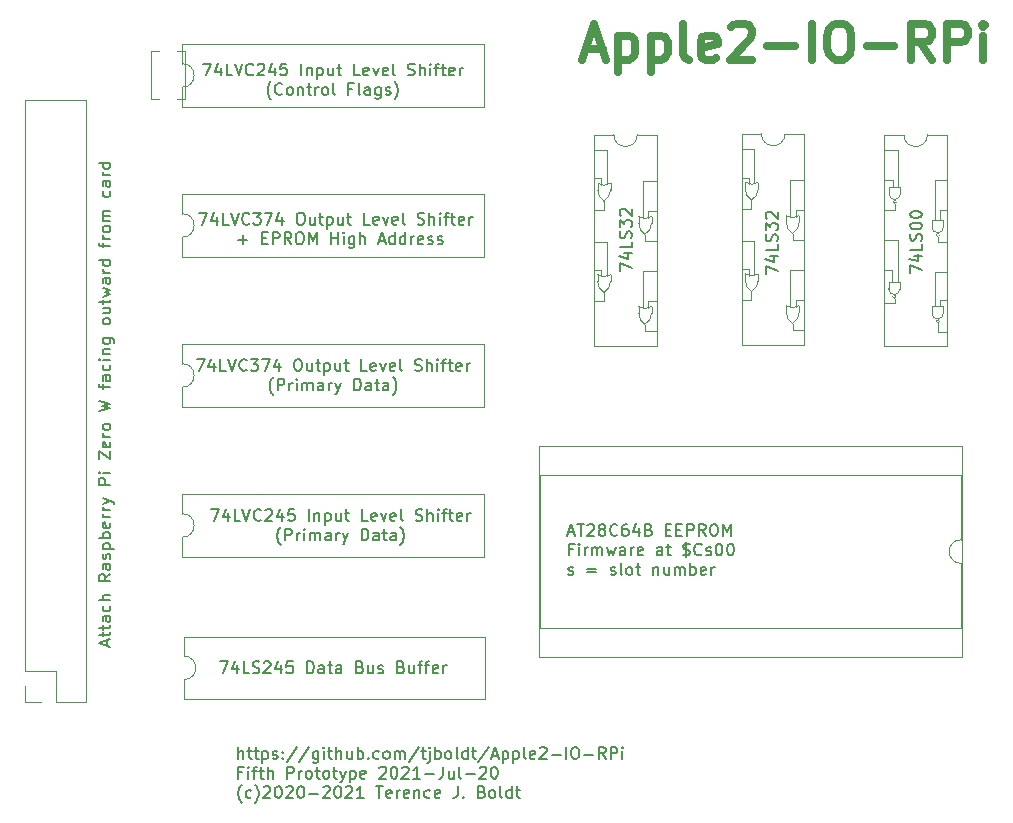
<source format=gbr>
G04 #@! TF.GenerationSoftware,KiCad,Pcbnew,(5.1.10-1-10_14)*
G04 #@! TF.CreationDate,2021-07-20T17:57:18-04:00*
G04 #@! TF.ProjectId,Apple2IORPi,4170706c-6532-4494-9f52-50692e6b6963,0.4*
G04 #@! TF.SameCoordinates,Original*
G04 #@! TF.FileFunction,Legend,Top*
G04 #@! TF.FilePolarity,Positive*
%FSLAX46Y46*%
G04 Gerber Fmt 4.6, Leading zero omitted, Abs format (unit mm)*
G04 Created by KiCad (PCBNEW (5.1.10-1-10_14)) date 2021-07-20 17:57:18*
%MOMM*%
%LPD*%
G01*
G04 APERTURE LIST*
%ADD10C,0.635000*%
%ADD11C,0.150000*%
%ADD12C,0.120000*%
G04 APERTURE END LIST*
D10*
X156649057Y-46685200D02*
X158100485Y-46685200D01*
X156358771Y-47556057D02*
X157374771Y-44508057D01*
X158390771Y-47556057D01*
X159406771Y-45524057D02*
X159406771Y-48572057D01*
X159406771Y-45669200D02*
X159697057Y-45524057D01*
X160277628Y-45524057D01*
X160567914Y-45669200D01*
X160713057Y-45814342D01*
X160858200Y-46104628D01*
X160858200Y-46975485D01*
X160713057Y-47265771D01*
X160567914Y-47410914D01*
X160277628Y-47556057D01*
X159697057Y-47556057D01*
X159406771Y-47410914D01*
X162164485Y-45524057D02*
X162164485Y-48572057D01*
X162164485Y-45669200D02*
X162454771Y-45524057D01*
X163035342Y-45524057D01*
X163325628Y-45669200D01*
X163470771Y-45814342D01*
X163615914Y-46104628D01*
X163615914Y-46975485D01*
X163470771Y-47265771D01*
X163325628Y-47410914D01*
X163035342Y-47556057D01*
X162454771Y-47556057D01*
X162164485Y-47410914D01*
X165357628Y-47556057D02*
X165067342Y-47410914D01*
X164922200Y-47120628D01*
X164922200Y-44508057D01*
X167679914Y-47410914D02*
X167389628Y-47556057D01*
X166809057Y-47556057D01*
X166518771Y-47410914D01*
X166373628Y-47120628D01*
X166373628Y-45959485D01*
X166518771Y-45669200D01*
X166809057Y-45524057D01*
X167389628Y-45524057D01*
X167679914Y-45669200D01*
X167825057Y-45959485D01*
X167825057Y-46249771D01*
X166373628Y-46540057D01*
X168986200Y-44798342D02*
X169131342Y-44653200D01*
X169421628Y-44508057D01*
X170147342Y-44508057D01*
X170437628Y-44653200D01*
X170582771Y-44798342D01*
X170727914Y-45088628D01*
X170727914Y-45378914D01*
X170582771Y-45814342D01*
X168841057Y-47556057D01*
X170727914Y-47556057D01*
X172034200Y-46394914D02*
X174356485Y-46394914D01*
X175807914Y-47556057D02*
X175807914Y-44508057D01*
X177839914Y-44508057D02*
X178420485Y-44508057D01*
X178710771Y-44653200D01*
X179001057Y-44943485D01*
X179146200Y-45524057D01*
X179146200Y-46540057D01*
X179001057Y-47120628D01*
X178710771Y-47410914D01*
X178420485Y-47556057D01*
X177839914Y-47556057D01*
X177549628Y-47410914D01*
X177259342Y-47120628D01*
X177114200Y-46540057D01*
X177114200Y-45524057D01*
X177259342Y-44943485D01*
X177549628Y-44653200D01*
X177839914Y-44508057D01*
X180452485Y-46394914D02*
X182774771Y-46394914D01*
X185967914Y-47556057D02*
X184951914Y-46104628D01*
X184226200Y-47556057D02*
X184226200Y-44508057D01*
X185387342Y-44508057D01*
X185677628Y-44653200D01*
X185822771Y-44798342D01*
X185967914Y-45088628D01*
X185967914Y-45524057D01*
X185822771Y-45814342D01*
X185677628Y-45959485D01*
X185387342Y-46104628D01*
X184226200Y-46104628D01*
X187274200Y-47556057D02*
X187274200Y-44508057D01*
X188435342Y-44508057D01*
X188725628Y-44653200D01*
X188870771Y-44798342D01*
X189015914Y-45088628D01*
X189015914Y-45524057D01*
X188870771Y-45814342D01*
X188725628Y-45959485D01*
X188435342Y-46104628D01*
X187274200Y-46104628D01*
X190322200Y-47556057D02*
X190322200Y-45524057D01*
X190322200Y-44508057D02*
X190177057Y-44653200D01*
X190322200Y-44798342D01*
X190467342Y-44653200D01*
X190322200Y-44508057D01*
X190322200Y-44798342D01*
D11*
X127233995Y-106777780D02*
X127233995Y-105777780D01*
X127662566Y-106777780D02*
X127662566Y-106253971D01*
X127614947Y-106158733D01*
X127519709Y-106111114D01*
X127376852Y-106111114D01*
X127281614Y-106158733D01*
X127233995Y-106206352D01*
X127995900Y-106111114D02*
X128376852Y-106111114D01*
X128138757Y-105777780D02*
X128138757Y-106634923D01*
X128186376Y-106730161D01*
X128281614Y-106777780D01*
X128376852Y-106777780D01*
X128567328Y-106111114D02*
X128948280Y-106111114D01*
X128710185Y-105777780D02*
X128710185Y-106634923D01*
X128757804Y-106730161D01*
X128853042Y-106777780D01*
X128948280Y-106777780D01*
X129281614Y-106111114D02*
X129281614Y-107111114D01*
X129281614Y-106158733D02*
X129376852Y-106111114D01*
X129567328Y-106111114D01*
X129662566Y-106158733D01*
X129710185Y-106206352D01*
X129757804Y-106301590D01*
X129757804Y-106587304D01*
X129710185Y-106682542D01*
X129662566Y-106730161D01*
X129567328Y-106777780D01*
X129376852Y-106777780D01*
X129281614Y-106730161D01*
X130138757Y-106730161D02*
X130233995Y-106777780D01*
X130424471Y-106777780D01*
X130519709Y-106730161D01*
X130567328Y-106634923D01*
X130567328Y-106587304D01*
X130519709Y-106492066D01*
X130424471Y-106444447D01*
X130281614Y-106444447D01*
X130186376Y-106396828D01*
X130138757Y-106301590D01*
X130138757Y-106253971D01*
X130186376Y-106158733D01*
X130281614Y-106111114D01*
X130424471Y-106111114D01*
X130519709Y-106158733D01*
X130995900Y-106682542D02*
X131043519Y-106730161D01*
X130995900Y-106777780D01*
X130948280Y-106730161D01*
X130995900Y-106682542D01*
X130995900Y-106777780D01*
X130995900Y-106158733D02*
X131043519Y-106206352D01*
X130995900Y-106253971D01*
X130948280Y-106206352D01*
X130995900Y-106158733D01*
X130995900Y-106253971D01*
X132186376Y-105730161D02*
X131329233Y-107015876D01*
X133233995Y-105730161D02*
X132376852Y-107015876D01*
X133995900Y-106111114D02*
X133995900Y-106920638D01*
X133948280Y-107015876D01*
X133900661Y-107063495D01*
X133805423Y-107111114D01*
X133662566Y-107111114D01*
X133567328Y-107063495D01*
X133995900Y-106730161D02*
X133900661Y-106777780D01*
X133710185Y-106777780D01*
X133614947Y-106730161D01*
X133567328Y-106682542D01*
X133519709Y-106587304D01*
X133519709Y-106301590D01*
X133567328Y-106206352D01*
X133614947Y-106158733D01*
X133710185Y-106111114D01*
X133900661Y-106111114D01*
X133995900Y-106158733D01*
X134472090Y-106777780D02*
X134472090Y-106111114D01*
X134472090Y-105777780D02*
X134424471Y-105825400D01*
X134472090Y-105873019D01*
X134519709Y-105825400D01*
X134472090Y-105777780D01*
X134472090Y-105873019D01*
X134805423Y-106111114D02*
X135186376Y-106111114D01*
X134948280Y-105777780D02*
X134948280Y-106634923D01*
X134995900Y-106730161D01*
X135091138Y-106777780D01*
X135186376Y-106777780D01*
X135519709Y-106777780D02*
X135519709Y-105777780D01*
X135948280Y-106777780D02*
X135948280Y-106253971D01*
X135900661Y-106158733D01*
X135805423Y-106111114D01*
X135662566Y-106111114D01*
X135567328Y-106158733D01*
X135519709Y-106206352D01*
X136853042Y-106111114D02*
X136853042Y-106777780D01*
X136424471Y-106111114D02*
X136424471Y-106634923D01*
X136472090Y-106730161D01*
X136567328Y-106777780D01*
X136710185Y-106777780D01*
X136805423Y-106730161D01*
X136853042Y-106682542D01*
X137329233Y-106777780D02*
X137329233Y-105777780D01*
X137329233Y-106158733D02*
X137424471Y-106111114D01*
X137614947Y-106111114D01*
X137710185Y-106158733D01*
X137757804Y-106206352D01*
X137805423Y-106301590D01*
X137805423Y-106587304D01*
X137757804Y-106682542D01*
X137710185Y-106730161D01*
X137614947Y-106777780D01*
X137424471Y-106777780D01*
X137329233Y-106730161D01*
X138233995Y-106682542D02*
X138281614Y-106730161D01*
X138233995Y-106777780D01*
X138186376Y-106730161D01*
X138233995Y-106682542D01*
X138233995Y-106777780D01*
X139138757Y-106730161D02*
X139043519Y-106777780D01*
X138853042Y-106777780D01*
X138757804Y-106730161D01*
X138710185Y-106682542D01*
X138662566Y-106587304D01*
X138662566Y-106301590D01*
X138710185Y-106206352D01*
X138757804Y-106158733D01*
X138853042Y-106111114D01*
X139043519Y-106111114D01*
X139138757Y-106158733D01*
X139710185Y-106777780D02*
X139614947Y-106730161D01*
X139567328Y-106682542D01*
X139519709Y-106587304D01*
X139519709Y-106301590D01*
X139567328Y-106206352D01*
X139614947Y-106158733D01*
X139710185Y-106111114D01*
X139853042Y-106111114D01*
X139948280Y-106158733D01*
X139995900Y-106206352D01*
X140043519Y-106301590D01*
X140043519Y-106587304D01*
X139995900Y-106682542D01*
X139948280Y-106730161D01*
X139853042Y-106777780D01*
X139710185Y-106777780D01*
X140472090Y-106777780D02*
X140472090Y-106111114D01*
X140472090Y-106206352D02*
X140519709Y-106158733D01*
X140614947Y-106111114D01*
X140757804Y-106111114D01*
X140853042Y-106158733D01*
X140900661Y-106253971D01*
X140900661Y-106777780D01*
X140900661Y-106253971D02*
X140948280Y-106158733D01*
X141043519Y-106111114D01*
X141186376Y-106111114D01*
X141281614Y-106158733D01*
X141329233Y-106253971D01*
X141329233Y-106777780D01*
X142519709Y-105730161D02*
X141662566Y-107015876D01*
X142710185Y-106111114D02*
X143091138Y-106111114D01*
X142853042Y-105777780D02*
X142853042Y-106634923D01*
X142900661Y-106730161D01*
X142995900Y-106777780D01*
X143091138Y-106777780D01*
X143424471Y-106111114D02*
X143424471Y-106968257D01*
X143376852Y-107063495D01*
X143281614Y-107111114D01*
X143233995Y-107111114D01*
X143424471Y-105777780D02*
X143376852Y-105825400D01*
X143424471Y-105873019D01*
X143472090Y-105825400D01*
X143424471Y-105777780D01*
X143424471Y-105873019D01*
X143900661Y-106777780D02*
X143900661Y-105777780D01*
X143900661Y-106158733D02*
X143995900Y-106111114D01*
X144186376Y-106111114D01*
X144281614Y-106158733D01*
X144329233Y-106206352D01*
X144376852Y-106301590D01*
X144376852Y-106587304D01*
X144329233Y-106682542D01*
X144281614Y-106730161D01*
X144186376Y-106777780D01*
X143995900Y-106777780D01*
X143900661Y-106730161D01*
X144948280Y-106777780D02*
X144853042Y-106730161D01*
X144805423Y-106682542D01*
X144757804Y-106587304D01*
X144757804Y-106301590D01*
X144805423Y-106206352D01*
X144853042Y-106158733D01*
X144948280Y-106111114D01*
X145091138Y-106111114D01*
X145186376Y-106158733D01*
X145233995Y-106206352D01*
X145281614Y-106301590D01*
X145281614Y-106587304D01*
X145233995Y-106682542D01*
X145186376Y-106730161D01*
X145091138Y-106777780D01*
X144948280Y-106777780D01*
X145853042Y-106777780D02*
X145757804Y-106730161D01*
X145710185Y-106634923D01*
X145710185Y-105777780D01*
X146662566Y-106777780D02*
X146662566Y-105777780D01*
X146662566Y-106730161D02*
X146567328Y-106777780D01*
X146376852Y-106777780D01*
X146281614Y-106730161D01*
X146233995Y-106682542D01*
X146186376Y-106587304D01*
X146186376Y-106301590D01*
X146233995Y-106206352D01*
X146281614Y-106158733D01*
X146376852Y-106111114D01*
X146567328Y-106111114D01*
X146662566Y-106158733D01*
X146995900Y-106111114D02*
X147376852Y-106111114D01*
X147138757Y-105777780D02*
X147138757Y-106634923D01*
X147186376Y-106730161D01*
X147281614Y-106777780D01*
X147376852Y-106777780D01*
X148424471Y-105730161D02*
X147567328Y-107015876D01*
X148710185Y-106492066D02*
X149186376Y-106492066D01*
X148614947Y-106777780D02*
X148948280Y-105777780D01*
X149281614Y-106777780D01*
X149614947Y-106111114D02*
X149614947Y-107111114D01*
X149614947Y-106158733D02*
X149710185Y-106111114D01*
X149900661Y-106111114D01*
X149995900Y-106158733D01*
X150043519Y-106206352D01*
X150091138Y-106301590D01*
X150091138Y-106587304D01*
X150043519Y-106682542D01*
X149995900Y-106730161D01*
X149900661Y-106777780D01*
X149710185Y-106777780D01*
X149614947Y-106730161D01*
X150519709Y-106111114D02*
X150519709Y-107111114D01*
X150519709Y-106158733D02*
X150614947Y-106111114D01*
X150805423Y-106111114D01*
X150900661Y-106158733D01*
X150948280Y-106206352D01*
X150995900Y-106301590D01*
X150995900Y-106587304D01*
X150948280Y-106682542D01*
X150900661Y-106730161D01*
X150805423Y-106777780D01*
X150614947Y-106777780D01*
X150519709Y-106730161D01*
X151567328Y-106777780D02*
X151472090Y-106730161D01*
X151424471Y-106634923D01*
X151424471Y-105777780D01*
X152329233Y-106730161D02*
X152233995Y-106777780D01*
X152043519Y-106777780D01*
X151948280Y-106730161D01*
X151900661Y-106634923D01*
X151900661Y-106253971D01*
X151948280Y-106158733D01*
X152043519Y-106111114D01*
X152233995Y-106111114D01*
X152329233Y-106158733D01*
X152376852Y-106253971D01*
X152376852Y-106349209D01*
X151900661Y-106444447D01*
X152757804Y-105873019D02*
X152805423Y-105825400D01*
X152900661Y-105777780D01*
X153138757Y-105777780D01*
X153233995Y-105825400D01*
X153281614Y-105873019D01*
X153329233Y-105968257D01*
X153329233Y-106063495D01*
X153281614Y-106206352D01*
X152710185Y-106777780D01*
X153329233Y-106777780D01*
X153757804Y-106396828D02*
X154519709Y-106396828D01*
X154995900Y-106777780D02*
X154995900Y-105777780D01*
X155662566Y-105777780D02*
X155853042Y-105777780D01*
X155948280Y-105825400D01*
X156043519Y-105920638D01*
X156091138Y-106111114D01*
X156091138Y-106444447D01*
X156043519Y-106634923D01*
X155948280Y-106730161D01*
X155853042Y-106777780D01*
X155662566Y-106777780D01*
X155567328Y-106730161D01*
X155472090Y-106634923D01*
X155424471Y-106444447D01*
X155424471Y-106111114D01*
X155472090Y-105920638D01*
X155567328Y-105825400D01*
X155662566Y-105777780D01*
X156519709Y-106396828D02*
X157281614Y-106396828D01*
X158329233Y-106777780D02*
X157995900Y-106301590D01*
X157757804Y-106777780D02*
X157757804Y-105777780D01*
X158138757Y-105777780D01*
X158233995Y-105825400D01*
X158281614Y-105873019D01*
X158329233Y-105968257D01*
X158329233Y-106111114D01*
X158281614Y-106206352D01*
X158233995Y-106253971D01*
X158138757Y-106301590D01*
X157757804Y-106301590D01*
X158757804Y-106777780D02*
X158757804Y-105777780D01*
X159138757Y-105777780D01*
X159233995Y-105825400D01*
X159281614Y-105873019D01*
X159329233Y-105968257D01*
X159329233Y-106111114D01*
X159281614Y-106206352D01*
X159233995Y-106253971D01*
X159138757Y-106301590D01*
X158757804Y-106301590D01*
X159757804Y-106777780D02*
X159757804Y-106111114D01*
X159757804Y-105777780D02*
X159710185Y-105825400D01*
X159757804Y-105873019D01*
X159805423Y-105825400D01*
X159757804Y-105777780D01*
X159757804Y-105873019D01*
X127567328Y-107903971D02*
X127233995Y-107903971D01*
X127233995Y-108427780D02*
X127233995Y-107427780D01*
X127710185Y-107427780D01*
X128091138Y-108427780D02*
X128091138Y-107761114D01*
X128091138Y-107427780D02*
X128043519Y-107475400D01*
X128091138Y-107523019D01*
X128138757Y-107475400D01*
X128091138Y-107427780D01*
X128091138Y-107523019D01*
X128424471Y-107761114D02*
X128805423Y-107761114D01*
X128567328Y-108427780D02*
X128567328Y-107570638D01*
X128614947Y-107475400D01*
X128710185Y-107427780D01*
X128805423Y-107427780D01*
X128995900Y-107761114D02*
X129376852Y-107761114D01*
X129138757Y-107427780D02*
X129138757Y-108284923D01*
X129186376Y-108380161D01*
X129281614Y-108427780D01*
X129376852Y-108427780D01*
X129710185Y-108427780D02*
X129710185Y-107427780D01*
X130138757Y-108427780D02*
X130138757Y-107903971D01*
X130091138Y-107808733D01*
X129995900Y-107761114D01*
X129853042Y-107761114D01*
X129757804Y-107808733D01*
X129710185Y-107856352D01*
X131376852Y-108427780D02*
X131376852Y-107427780D01*
X131757804Y-107427780D01*
X131853042Y-107475400D01*
X131900661Y-107523019D01*
X131948280Y-107618257D01*
X131948280Y-107761114D01*
X131900661Y-107856352D01*
X131853042Y-107903971D01*
X131757804Y-107951590D01*
X131376852Y-107951590D01*
X132376852Y-108427780D02*
X132376852Y-107761114D01*
X132376852Y-107951590D02*
X132424471Y-107856352D01*
X132472090Y-107808733D01*
X132567328Y-107761114D01*
X132662566Y-107761114D01*
X133138757Y-108427780D02*
X133043519Y-108380161D01*
X132995900Y-108332542D01*
X132948280Y-108237304D01*
X132948280Y-107951590D01*
X132995900Y-107856352D01*
X133043519Y-107808733D01*
X133138757Y-107761114D01*
X133281614Y-107761114D01*
X133376852Y-107808733D01*
X133424471Y-107856352D01*
X133472090Y-107951590D01*
X133472090Y-108237304D01*
X133424471Y-108332542D01*
X133376852Y-108380161D01*
X133281614Y-108427780D01*
X133138757Y-108427780D01*
X133757804Y-107761114D02*
X134138757Y-107761114D01*
X133900661Y-107427780D02*
X133900661Y-108284923D01*
X133948280Y-108380161D01*
X134043519Y-108427780D01*
X134138757Y-108427780D01*
X134614947Y-108427780D02*
X134519709Y-108380161D01*
X134472090Y-108332542D01*
X134424471Y-108237304D01*
X134424471Y-107951590D01*
X134472090Y-107856352D01*
X134519709Y-107808733D01*
X134614947Y-107761114D01*
X134757804Y-107761114D01*
X134853042Y-107808733D01*
X134900661Y-107856352D01*
X134948280Y-107951590D01*
X134948280Y-108237304D01*
X134900661Y-108332542D01*
X134853042Y-108380161D01*
X134757804Y-108427780D01*
X134614947Y-108427780D01*
X135233995Y-107761114D02*
X135614947Y-107761114D01*
X135376852Y-107427780D02*
X135376852Y-108284923D01*
X135424471Y-108380161D01*
X135519709Y-108427780D01*
X135614947Y-108427780D01*
X135853042Y-107761114D02*
X136091138Y-108427780D01*
X136329233Y-107761114D02*
X136091138Y-108427780D01*
X135995900Y-108665876D01*
X135948280Y-108713495D01*
X135853042Y-108761114D01*
X136710185Y-107761114D02*
X136710185Y-108761114D01*
X136710185Y-107808733D02*
X136805423Y-107761114D01*
X136995900Y-107761114D01*
X137091138Y-107808733D01*
X137138757Y-107856352D01*
X137186376Y-107951590D01*
X137186376Y-108237304D01*
X137138757Y-108332542D01*
X137091138Y-108380161D01*
X136995900Y-108427780D01*
X136805423Y-108427780D01*
X136710185Y-108380161D01*
X137995900Y-108380161D02*
X137900661Y-108427780D01*
X137710185Y-108427780D01*
X137614947Y-108380161D01*
X137567328Y-108284923D01*
X137567328Y-107903971D01*
X137614947Y-107808733D01*
X137710185Y-107761114D01*
X137900661Y-107761114D01*
X137995900Y-107808733D01*
X138043519Y-107903971D01*
X138043519Y-107999209D01*
X137567328Y-108094447D01*
X139186376Y-107523019D02*
X139233995Y-107475400D01*
X139329233Y-107427780D01*
X139567328Y-107427780D01*
X139662566Y-107475400D01*
X139710185Y-107523019D01*
X139757804Y-107618257D01*
X139757804Y-107713495D01*
X139710185Y-107856352D01*
X139138757Y-108427780D01*
X139757804Y-108427780D01*
X140376852Y-107427780D02*
X140472090Y-107427780D01*
X140567328Y-107475400D01*
X140614947Y-107523019D01*
X140662566Y-107618257D01*
X140710185Y-107808733D01*
X140710185Y-108046828D01*
X140662566Y-108237304D01*
X140614947Y-108332542D01*
X140567328Y-108380161D01*
X140472090Y-108427780D01*
X140376852Y-108427780D01*
X140281614Y-108380161D01*
X140233995Y-108332542D01*
X140186376Y-108237304D01*
X140138757Y-108046828D01*
X140138757Y-107808733D01*
X140186376Y-107618257D01*
X140233995Y-107523019D01*
X140281614Y-107475400D01*
X140376852Y-107427780D01*
X141091138Y-107523019D02*
X141138757Y-107475400D01*
X141233995Y-107427780D01*
X141472090Y-107427780D01*
X141567328Y-107475400D01*
X141614947Y-107523019D01*
X141662566Y-107618257D01*
X141662566Y-107713495D01*
X141614947Y-107856352D01*
X141043519Y-108427780D01*
X141662566Y-108427780D01*
X142614947Y-108427780D02*
X142043519Y-108427780D01*
X142329233Y-108427780D02*
X142329233Y-107427780D01*
X142233995Y-107570638D01*
X142138757Y-107665876D01*
X142043519Y-107713495D01*
X143043519Y-108046828D02*
X143805423Y-108046828D01*
X144567328Y-107427780D02*
X144567328Y-108142066D01*
X144519709Y-108284923D01*
X144424471Y-108380161D01*
X144281614Y-108427780D01*
X144186376Y-108427780D01*
X145472090Y-107761114D02*
X145472090Y-108427780D01*
X145043519Y-107761114D02*
X145043519Y-108284923D01*
X145091138Y-108380161D01*
X145186376Y-108427780D01*
X145329233Y-108427780D01*
X145424471Y-108380161D01*
X145472090Y-108332542D01*
X146091138Y-108427780D02*
X145995900Y-108380161D01*
X145948280Y-108284923D01*
X145948280Y-107427780D01*
X146472090Y-108046828D02*
X147233995Y-108046828D01*
X147662566Y-107523019D02*
X147710185Y-107475400D01*
X147805423Y-107427780D01*
X148043519Y-107427780D01*
X148138757Y-107475400D01*
X148186376Y-107523019D01*
X148233995Y-107618257D01*
X148233995Y-107713495D01*
X148186376Y-107856352D01*
X147614947Y-108427780D01*
X148233995Y-108427780D01*
X148853042Y-107427780D02*
X148948280Y-107427780D01*
X149043519Y-107475400D01*
X149091138Y-107523019D01*
X149138757Y-107618257D01*
X149186376Y-107808733D01*
X149186376Y-108046828D01*
X149138757Y-108237304D01*
X149091138Y-108332542D01*
X149043519Y-108380161D01*
X148948280Y-108427780D01*
X148853042Y-108427780D01*
X148757804Y-108380161D01*
X148710185Y-108332542D01*
X148662566Y-108237304D01*
X148614947Y-108046828D01*
X148614947Y-107808733D01*
X148662566Y-107618257D01*
X148710185Y-107523019D01*
X148757804Y-107475400D01*
X148853042Y-107427780D01*
X127519709Y-110458733D02*
X127472090Y-110411114D01*
X127376852Y-110268257D01*
X127329233Y-110173019D01*
X127281614Y-110030161D01*
X127233995Y-109792066D01*
X127233995Y-109601590D01*
X127281614Y-109363495D01*
X127329233Y-109220638D01*
X127376852Y-109125400D01*
X127472090Y-108982542D01*
X127519709Y-108934923D01*
X128329233Y-110030161D02*
X128233995Y-110077780D01*
X128043519Y-110077780D01*
X127948280Y-110030161D01*
X127900661Y-109982542D01*
X127853042Y-109887304D01*
X127853042Y-109601590D01*
X127900661Y-109506352D01*
X127948280Y-109458733D01*
X128043519Y-109411114D01*
X128233995Y-109411114D01*
X128329233Y-109458733D01*
X128662566Y-110458733D02*
X128710185Y-110411114D01*
X128805423Y-110268257D01*
X128853042Y-110173019D01*
X128900661Y-110030161D01*
X128948280Y-109792066D01*
X128948280Y-109601590D01*
X128900661Y-109363495D01*
X128853042Y-109220638D01*
X128805423Y-109125400D01*
X128710185Y-108982542D01*
X128662566Y-108934923D01*
X129376852Y-109173019D02*
X129424471Y-109125400D01*
X129519709Y-109077780D01*
X129757804Y-109077780D01*
X129853042Y-109125400D01*
X129900661Y-109173019D01*
X129948280Y-109268257D01*
X129948280Y-109363495D01*
X129900661Y-109506352D01*
X129329233Y-110077780D01*
X129948280Y-110077780D01*
X130567328Y-109077780D02*
X130662566Y-109077780D01*
X130757804Y-109125400D01*
X130805423Y-109173019D01*
X130853042Y-109268257D01*
X130900661Y-109458733D01*
X130900661Y-109696828D01*
X130853042Y-109887304D01*
X130805423Y-109982542D01*
X130757804Y-110030161D01*
X130662566Y-110077780D01*
X130567328Y-110077780D01*
X130472090Y-110030161D01*
X130424471Y-109982542D01*
X130376852Y-109887304D01*
X130329233Y-109696828D01*
X130329233Y-109458733D01*
X130376852Y-109268257D01*
X130424471Y-109173019D01*
X130472090Y-109125400D01*
X130567328Y-109077780D01*
X131281614Y-109173019D02*
X131329233Y-109125400D01*
X131424471Y-109077780D01*
X131662566Y-109077780D01*
X131757804Y-109125400D01*
X131805423Y-109173019D01*
X131853042Y-109268257D01*
X131853042Y-109363495D01*
X131805423Y-109506352D01*
X131233995Y-110077780D01*
X131853042Y-110077780D01*
X132472090Y-109077780D02*
X132567328Y-109077780D01*
X132662566Y-109125400D01*
X132710185Y-109173019D01*
X132757804Y-109268257D01*
X132805423Y-109458733D01*
X132805423Y-109696828D01*
X132757804Y-109887304D01*
X132710185Y-109982542D01*
X132662566Y-110030161D01*
X132567328Y-110077780D01*
X132472090Y-110077780D01*
X132376852Y-110030161D01*
X132329233Y-109982542D01*
X132281614Y-109887304D01*
X132233995Y-109696828D01*
X132233995Y-109458733D01*
X132281614Y-109268257D01*
X132329233Y-109173019D01*
X132376852Y-109125400D01*
X132472090Y-109077780D01*
X133233995Y-109696828D02*
X133995900Y-109696828D01*
X134424471Y-109173019D02*
X134472090Y-109125400D01*
X134567328Y-109077780D01*
X134805423Y-109077780D01*
X134900661Y-109125400D01*
X134948280Y-109173019D01*
X134995900Y-109268257D01*
X134995900Y-109363495D01*
X134948280Y-109506352D01*
X134376852Y-110077780D01*
X134995900Y-110077780D01*
X135614947Y-109077780D02*
X135710185Y-109077780D01*
X135805423Y-109125400D01*
X135853042Y-109173019D01*
X135900661Y-109268257D01*
X135948280Y-109458733D01*
X135948280Y-109696828D01*
X135900661Y-109887304D01*
X135853042Y-109982542D01*
X135805423Y-110030161D01*
X135710185Y-110077780D01*
X135614947Y-110077780D01*
X135519709Y-110030161D01*
X135472090Y-109982542D01*
X135424471Y-109887304D01*
X135376852Y-109696828D01*
X135376852Y-109458733D01*
X135424471Y-109268257D01*
X135472090Y-109173019D01*
X135519709Y-109125400D01*
X135614947Y-109077780D01*
X136329233Y-109173019D02*
X136376852Y-109125400D01*
X136472090Y-109077780D01*
X136710185Y-109077780D01*
X136805423Y-109125400D01*
X136853042Y-109173019D01*
X136900661Y-109268257D01*
X136900661Y-109363495D01*
X136853042Y-109506352D01*
X136281614Y-110077780D01*
X136900661Y-110077780D01*
X137853042Y-110077780D02*
X137281614Y-110077780D01*
X137567328Y-110077780D02*
X137567328Y-109077780D01*
X137472090Y-109220638D01*
X137376852Y-109315876D01*
X137281614Y-109363495D01*
X138900661Y-109077780D02*
X139472090Y-109077780D01*
X139186376Y-110077780D02*
X139186376Y-109077780D01*
X140186376Y-110030161D02*
X140091138Y-110077780D01*
X139900661Y-110077780D01*
X139805423Y-110030161D01*
X139757804Y-109934923D01*
X139757804Y-109553971D01*
X139805423Y-109458733D01*
X139900661Y-109411114D01*
X140091138Y-109411114D01*
X140186376Y-109458733D01*
X140233995Y-109553971D01*
X140233995Y-109649209D01*
X139757804Y-109744447D01*
X140662566Y-110077780D02*
X140662566Y-109411114D01*
X140662566Y-109601590D02*
X140710185Y-109506352D01*
X140757804Y-109458733D01*
X140853042Y-109411114D01*
X140948280Y-109411114D01*
X141662566Y-110030161D02*
X141567328Y-110077780D01*
X141376852Y-110077780D01*
X141281614Y-110030161D01*
X141233995Y-109934923D01*
X141233995Y-109553971D01*
X141281614Y-109458733D01*
X141376852Y-109411114D01*
X141567328Y-109411114D01*
X141662566Y-109458733D01*
X141710185Y-109553971D01*
X141710185Y-109649209D01*
X141233995Y-109744447D01*
X142138757Y-109411114D02*
X142138757Y-110077780D01*
X142138757Y-109506352D02*
X142186376Y-109458733D01*
X142281614Y-109411114D01*
X142424471Y-109411114D01*
X142519709Y-109458733D01*
X142567328Y-109553971D01*
X142567328Y-110077780D01*
X143472090Y-110030161D02*
X143376852Y-110077780D01*
X143186376Y-110077780D01*
X143091138Y-110030161D01*
X143043519Y-109982542D01*
X142995900Y-109887304D01*
X142995900Y-109601590D01*
X143043519Y-109506352D01*
X143091138Y-109458733D01*
X143186376Y-109411114D01*
X143376852Y-109411114D01*
X143472090Y-109458733D01*
X144281614Y-110030161D02*
X144186376Y-110077780D01*
X143995900Y-110077780D01*
X143900661Y-110030161D01*
X143853042Y-109934923D01*
X143853042Y-109553971D01*
X143900661Y-109458733D01*
X143995900Y-109411114D01*
X144186376Y-109411114D01*
X144281614Y-109458733D01*
X144329233Y-109553971D01*
X144329233Y-109649209D01*
X143853042Y-109744447D01*
X145805423Y-109077780D02*
X145805423Y-109792066D01*
X145757804Y-109934923D01*
X145662566Y-110030161D01*
X145519709Y-110077780D01*
X145424471Y-110077780D01*
X146281614Y-109982542D02*
X146329233Y-110030161D01*
X146281614Y-110077780D01*
X146233995Y-110030161D01*
X146281614Y-109982542D01*
X146281614Y-110077780D01*
X147853042Y-109553971D02*
X147995900Y-109601590D01*
X148043519Y-109649209D01*
X148091138Y-109744447D01*
X148091138Y-109887304D01*
X148043519Y-109982542D01*
X147995900Y-110030161D01*
X147900661Y-110077780D01*
X147519709Y-110077780D01*
X147519709Y-109077780D01*
X147853042Y-109077780D01*
X147948280Y-109125400D01*
X147995900Y-109173019D01*
X148043519Y-109268257D01*
X148043519Y-109363495D01*
X147995900Y-109458733D01*
X147948280Y-109506352D01*
X147853042Y-109553971D01*
X147519709Y-109553971D01*
X148662566Y-110077780D02*
X148567328Y-110030161D01*
X148519709Y-109982542D01*
X148472090Y-109887304D01*
X148472090Y-109601590D01*
X148519709Y-109506352D01*
X148567328Y-109458733D01*
X148662566Y-109411114D01*
X148805423Y-109411114D01*
X148900661Y-109458733D01*
X148948280Y-109506352D01*
X148995900Y-109601590D01*
X148995900Y-109887304D01*
X148948280Y-109982542D01*
X148900661Y-110030161D01*
X148805423Y-110077780D01*
X148662566Y-110077780D01*
X149567328Y-110077780D02*
X149472090Y-110030161D01*
X149424471Y-109934923D01*
X149424471Y-109077780D01*
X150376852Y-110077780D02*
X150376852Y-109077780D01*
X150376852Y-110030161D02*
X150281614Y-110077780D01*
X150091138Y-110077780D01*
X149995900Y-110030161D01*
X149948280Y-109982542D01*
X149900661Y-109887304D01*
X149900661Y-109601590D01*
X149948280Y-109506352D01*
X149995900Y-109458733D01*
X150091138Y-109411114D01*
X150281614Y-109411114D01*
X150376852Y-109458733D01*
X150710185Y-109411114D02*
X151091138Y-109411114D01*
X150853042Y-109077780D02*
X150853042Y-109934923D01*
X150900661Y-110030161D01*
X150995900Y-110077780D01*
X151091138Y-110077780D01*
X124253409Y-47903380D02*
X124920076Y-47903380D01*
X124491504Y-48903380D01*
X125729599Y-48236714D02*
X125729599Y-48903380D01*
X125491504Y-47855761D02*
X125253409Y-48570047D01*
X125872457Y-48570047D01*
X126729599Y-48903380D02*
X126253409Y-48903380D01*
X126253409Y-47903380D01*
X126920076Y-47903380D02*
X127253409Y-48903380D01*
X127586742Y-47903380D01*
X128491504Y-48808142D02*
X128443885Y-48855761D01*
X128301028Y-48903380D01*
X128205790Y-48903380D01*
X128062933Y-48855761D01*
X127967695Y-48760523D01*
X127920076Y-48665285D01*
X127872457Y-48474809D01*
X127872457Y-48331952D01*
X127920076Y-48141476D01*
X127967695Y-48046238D01*
X128062933Y-47951000D01*
X128205790Y-47903380D01*
X128301028Y-47903380D01*
X128443885Y-47951000D01*
X128491504Y-47998619D01*
X128872457Y-47998619D02*
X128920076Y-47951000D01*
X129015314Y-47903380D01*
X129253409Y-47903380D01*
X129348647Y-47951000D01*
X129396266Y-47998619D01*
X129443885Y-48093857D01*
X129443885Y-48189095D01*
X129396266Y-48331952D01*
X128824838Y-48903380D01*
X129443885Y-48903380D01*
X130301028Y-48236714D02*
X130301028Y-48903380D01*
X130062933Y-47855761D02*
X129824838Y-48570047D01*
X130443885Y-48570047D01*
X131301028Y-47903380D02*
X130824838Y-47903380D01*
X130777219Y-48379571D01*
X130824838Y-48331952D01*
X130920076Y-48284333D01*
X131158171Y-48284333D01*
X131253409Y-48331952D01*
X131301028Y-48379571D01*
X131348647Y-48474809D01*
X131348647Y-48712904D01*
X131301028Y-48808142D01*
X131253409Y-48855761D01*
X131158171Y-48903380D01*
X130920076Y-48903380D01*
X130824838Y-48855761D01*
X130777219Y-48808142D01*
X132539123Y-48903380D02*
X132539123Y-47903380D01*
X133015314Y-48236714D02*
X133015314Y-48903380D01*
X133015314Y-48331952D02*
X133062933Y-48284333D01*
X133158171Y-48236714D01*
X133301028Y-48236714D01*
X133396266Y-48284333D01*
X133443885Y-48379571D01*
X133443885Y-48903380D01*
X133920076Y-48236714D02*
X133920076Y-49236714D01*
X133920076Y-48284333D02*
X134015314Y-48236714D01*
X134205790Y-48236714D01*
X134301028Y-48284333D01*
X134348647Y-48331952D01*
X134396266Y-48427190D01*
X134396266Y-48712904D01*
X134348647Y-48808142D01*
X134301028Y-48855761D01*
X134205790Y-48903380D01*
X134015314Y-48903380D01*
X133920076Y-48855761D01*
X135253409Y-48236714D02*
X135253409Y-48903380D01*
X134824838Y-48236714D02*
X134824838Y-48760523D01*
X134872457Y-48855761D01*
X134967695Y-48903380D01*
X135110552Y-48903380D01*
X135205790Y-48855761D01*
X135253409Y-48808142D01*
X135586742Y-48236714D02*
X135967695Y-48236714D01*
X135729600Y-47903380D02*
X135729600Y-48760523D01*
X135777219Y-48855761D01*
X135872457Y-48903380D01*
X135967695Y-48903380D01*
X137539123Y-48903380D02*
X137062933Y-48903380D01*
X137062933Y-47903380D01*
X138253409Y-48855761D02*
X138158171Y-48903380D01*
X137967695Y-48903380D01*
X137872457Y-48855761D01*
X137824838Y-48760523D01*
X137824838Y-48379571D01*
X137872457Y-48284333D01*
X137967695Y-48236714D01*
X138158171Y-48236714D01*
X138253409Y-48284333D01*
X138301028Y-48379571D01*
X138301028Y-48474809D01*
X137824838Y-48570047D01*
X138634361Y-48236714D02*
X138872457Y-48903380D01*
X139110552Y-48236714D01*
X139872457Y-48855761D02*
X139777219Y-48903380D01*
X139586742Y-48903380D01*
X139491504Y-48855761D01*
X139443885Y-48760523D01*
X139443885Y-48379571D01*
X139491504Y-48284333D01*
X139586742Y-48236714D01*
X139777219Y-48236714D01*
X139872457Y-48284333D01*
X139920076Y-48379571D01*
X139920076Y-48474809D01*
X139443885Y-48570047D01*
X140491504Y-48903380D02*
X140396266Y-48855761D01*
X140348647Y-48760523D01*
X140348647Y-47903380D01*
X141586742Y-48855761D02*
X141729600Y-48903380D01*
X141967695Y-48903380D01*
X142062933Y-48855761D01*
X142110552Y-48808142D01*
X142158171Y-48712904D01*
X142158171Y-48617666D01*
X142110552Y-48522428D01*
X142062933Y-48474809D01*
X141967695Y-48427190D01*
X141777219Y-48379571D01*
X141681980Y-48331952D01*
X141634361Y-48284333D01*
X141586742Y-48189095D01*
X141586742Y-48093857D01*
X141634361Y-47998619D01*
X141681980Y-47951000D01*
X141777219Y-47903380D01*
X142015314Y-47903380D01*
X142158171Y-47951000D01*
X142586742Y-48903380D02*
X142586742Y-47903380D01*
X143015314Y-48903380D02*
X143015314Y-48379571D01*
X142967695Y-48284333D01*
X142872457Y-48236714D01*
X142729600Y-48236714D01*
X142634361Y-48284333D01*
X142586742Y-48331952D01*
X143491504Y-48903380D02*
X143491504Y-48236714D01*
X143491504Y-47903380D02*
X143443885Y-47951000D01*
X143491504Y-47998619D01*
X143539123Y-47951000D01*
X143491504Y-47903380D01*
X143491504Y-47998619D01*
X143824838Y-48236714D02*
X144205790Y-48236714D01*
X143967695Y-48903380D02*
X143967695Y-48046238D01*
X144015314Y-47951000D01*
X144110552Y-47903380D01*
X144205790Y-47903380D01*
X144396266Y-48236714D02*
X144777219Y-48236714D01*
X144539123Y-47903380D02*
X144539123Y-48760523D01*
X144586742Y-48855761D01*
X144681980Y-48903380D01*
X144777219Y-48903380D01*
X145491504Y-48855761D02*
X145396266Y-48903380D01*
X145205790Y-48903380D01*
X145110552Y-48855761D01*
X145062933Y-48760523D01*
X145062933Y-48379571D01*
X145110552Y-48284333D01*
X145205790Y-48236714D01*
X145396266Y-48236714D01*
X145491504Y-48284333D01*
X145539123Y-48379571D01*
X145539123Y-48474809D01*
X145062933Y-48570047D01*
X145967695Y-48903380D02*
X145967695Y-48236714D01*
X145967695Y-48427190D02*
X146015314Y-48331952D01*
X146062933Y-48284333D01*
X146158171Y-48236714D01*
X146253409Y-48236714D01*
X129991504Y-50934333D02*
X129943885Y-50886714D01*
X129848647Y-50743857D01*
X129801028Y-50648619D01*
X129753409Y-50505761D01*
X129705790Y-50267666D01*
X129705790Y-50077190D01*
X129753409Y-49839095D01*
X129801028Y-49696238D01*
X129848647Y-49601000D01*
X129943885Y-49458142D01*
X129991504Y-49410523D01*
X130943885Y-50458142D02*
X130896266Y-50505761D01*
X130753409Y-50553380D01*
X130658171Y-50553380D01*
X130515314Y-50505761D01*
X130420076Y-50410523D01*
X130372457Y-50315285D01*
X130324838Y-50124809D01*
X130324838Y-49981952D01*
X130372457Y-49791476D01*
X130420076Y-49696238D01*
X130515314Y-49601000D01*
X130658171Y-49553380D01*
X130753409Y-49553380D01*
X130896266Y-49601000D01*
X130943885Y-49648619D01*
X131515314Y-50553380D02*
X131420076Y-50505761D01*
X131372457Y-50458142D01*
X131324838Y-50362904D01*
X131324838Y-50077190D01*
X131372457Y-49981952D01*
X131420076Y-49934333D01*
X131515314Y-49886714D01*
X131658171Y-49886714D01*
X131753409Y-49934333D01*
X131801028Y-49981952D01*
X131848647Y-50077190D01*
X131848647Y-50362904D01*
X131801028Y-50458142D01*
X131753409Y-50505761D01*
X131658171Y-50553380D01*
X131515314Y-50553380D01*
X132277219Y-49886714D02*
X132277219Y-50553380D01*
X132277219Y-49981952D02*
X132324838Y-49934333D01*
X132420076Y-49886714D01*
X132562933Y-49886714D01*
X132658171Y-49934333D01*
X132705790Y-50029571D01*
X132705790Y-50553380D01*
X133039123Y-49886714D02*
X133420076Y-49886714D01*
X133181980Y-49553380D02*
X133181980Y-50410523D01*
X133229600Y-50505761D01*
X133324838Y-50553380D01*
X133420076Y-50553380D01*
X133753409Y-50553380D02*
X133753409Y-49886714D01*
X133753409Y-50077190D02*
X133801028Y-49981952D01*
X133848647Y-49934333D01*
X133943885Y-49886714D01*
X134039123Y-49886714D01*
X134515314Y-50553380D02*
X134420076Y-50505761D01*
X134372457Y-50458142D01*
X134324838Y-50362904D01*
X134324838Y-50077190D01*
X134372457Y-49981952D01*
X134420076Y-49934333D01*
X134515314Y-49886714D01*
X134658171Y-49886714D01*
X134753409Y-49934333D01*
X134801028Y-49981952D01*
X134848647Y-50077190D01*
X134848647Y-50362904D01*
X134801028Y-50458142D01*
X134753409Y-50505761D01*
X134658171Y-50553380D01*
X134515314Y-50553380D01*
X135420076Y-50553380D02*
X135324838Y-50505761D01*
X135277219Y-50410523D01*
X135277219Y-49553380D01*
X136896266Y-50029571D02*
X136562933Y-50029571D01*
X136562933Y-50553380D02*
X136562933Y-49553380D01*
X137039123Y-49553380D01*
X137562933Y-50553380D02*
X137467695Y-50505761D01*
X137420076Y-50410523D01*
X137420076Y-49553380D01*
X138372457Y-50553380D02*
X138372457Y-50029571D01*
X138324838Y-49934333D01*
X138229600Y-49886714D01*
X138039123Y-49886714D01*
X137943885Y-49934333D01*
X138372457Y-50505761D02*
X138277219Y-50553380D01*
X138039123Y-50553380D01*
X137943885Y-50505761D01*
X137896266Y-50410523D01*
X137896266Y-50315285D01*
X137943885Y-50220047D01*
X138039123Y-50172428D01*
X138277219Y-50172428D01*
X138372457Y-50124809D01*
X139277219Y-49886714D02*
X139277219Y-50696238D01*
X139229600Y-50791476D01*
X139181980Y-50839095D01*
X139086742Y-50886714D01*
X138943885Y-50886714D01*
X138848647Y-50839095D01*
X139277219Y-50505761D02*
X139181980Y-50553380D01*
X138991504Y-50553380D01*
X138896266Y-50505761D01*
X138848647Y-50458142D01*
X138801028Y-50362904D01*
X138801028Y-50077190D01*
X138848647Y-49981952D01*
X138896266Y-49934333D01*
X138991504Y-49886714D01*
X139181980Y-49886714D01*
X139277219Y-49934333D01*
X139705790Y-50505761D02*
X139801028Y-50553380D01*
X139991504Y-50553380D01*
X140086742Y-50505761D01*
X140134361Y-50410523D01*
X140134361Y-50362904D01*
X140086742Y-50267666D01*
X139991504Y-50220047D01*
X139848647Y-50220047D01*
X139753409Y-50172428D01*
X139705790Y-50077190D01*
X139705790Y-50029571D01*
X139753409Y-49934333D01*
X139848647Y-49886714D01*
X139991504Y-49886714D01*
X140086742Y-49934333D01*
X140467695Y-50934333D02*
X140515314Y-50886714D01*
X140610552Y-50743857D01*
X140658171Y-50648619D01*
X140705790Y-50505761D01*
X140753409Y-50267666D01*
X140753409Y-50077190D01*
X140705790Y-49839095D01*
X140658171Y-49696238D01*
X140610552Y-49601000D01*
X140515314Y-49458142D01*
X140467695Y-49410523D01*
X123936028Y-60527180D02*
X124602695Y-60527180D01*
X124174123Y-61527180D01*
X125412219Y-60860514D02*
X125412219Y-61527180D01*
X125174123Y-60479561D02*
X124936028Y-61193847D01*
X125555076Y-61193847D01*
X126412219Y-61527180D02*
X125936028Y-61527180D01*
X125936028Y-60527180D01*
X126602695Y-60527180D02*
X126936028Y-61527180D01*
X127269361Y-60527180D01*
X128174123Y-61431942D02*
X128126504Y-61479561D01*
X127983647Y-61527180D01*
X127888409Y-61527180D01*
X127745552Y-61479561D01*
X127650314Y-61384323D01*
X127602695Y-61289085D01*
X127555076Y-61098609D01*
X127555076Y-60955752D01*
X127602695Y-60765276D01*
X127650314Y-60670038D01*
X127745552Y-60574800D01*
X127888409Y-60527180D01*
X127983647Y-60527180D01*
X128126504Y-60574800D01*
X128174123Y-60622419D01*
X128507457Y-60527180D02*
X129126504Y-60527180D01*
X128793171Y-60908133D01*
X128936028Y-60908133D01*
X129031266Y-60955752D01*
X129078885Y-61003371D01*
X129126504Y-61098609D01*
X129126504Y-61336704D01*
X129078885Y-61431942D01*
X129031266Y-61479561D01*
X128936028Y-61527180D01*
X128650314Y-61527180D01*
X128555076Y-61479561D01*
X128507457Y-61431942D01*
X129459838Y-60527180D02*
X130126504Y-60527180D01*
X129697933Y-61527180D01*
X130936028Y-60860514D02*
X130936028Y-61527180D01*
X130697933Y-60479561D02*
X130459838Y-61193847D01*
X131078885Y-61193847D01*
X132412219Y-60527180D02*
X132602695Y-60527180D01*
X132697933Y-60574800D01*
X132793171Y-60670038D01*
X132840790Y-60860514D01*
X132840790Y-61193847D01*
X132793171Y-61384323D01*
X132697933Y-61479561D01*
X132602695Y-61527180D01*
X132412219Y-61527180D01*
X132316980Y-61479561D01*
X132221742Y-61384323D01*
X132174123Y-61193847D01*
X132174123Y-60860514D01*
X132221742Y-60670038D01*
X132316980Y-60574800D01*
X132412219Y-60527180D01*
X133697933Y-60860514D02*
X133697933Y-61527180D01*
X133269361Y-60860514D02*
X133269361Y-61384323D01*
X133316980Y-61479561D01*
X133412219Y-61527180D01*
X133555076Y-61527180D01*
X133650314Y-61479561D01*
X133697933Y-61431942D01*
X134031266Y-60860514D02*
X134412219Y-60860514D01*
X134174123Y-60527180D02*
X134174123Y-61384323D01*
X134221742Y-61479561D01*
X134316980Y-61527180D01*
X134412219Y-61527180D01*
X134745552Y-60860514D02*
X134745552Y-61860514D01*
X134745552Y-60908133D02*
X134840790Y-60860514D01*
X135031266Y-60860514D01*
X135126504Y-60908133D01*
X135174123Y-60955752D01*
X135221742Y-61050990D01*
X135221742Y-61336704D01*
X135174123Y-61431942D01*
X135126504Y-61479561D01*
X135031266Y-61527180D01*
X134840790Y-61527180D01*
X134745552Y-61479561D01*
X136078885Y-60860514D02*
X136078885Y-61527180D01*
X135650314Y-60860514D02*
X135650314Y-61384323D01*
X135697933Y-61479561D01*
X135793171Y-61527180D01*
X135936028Y-61527180D01*
X136031266Y-61479561D01*
X136078885Y-61431942D01*
X136412219Y-60860514D02*
X136793171Y-60860514D01*
X136555076Y-60527180D02*
X136555076Y-61384323D01*
X136602695Y-61479561D01*
X136697933Y-61527180D01*
X136793171Y-61527180D01*
X138364600Y-61527180D02*
X137888409Y-61527180D01*
X137888409Y-60527180D01*
X139078885Y-61479561D02*
X138983647Y-61527180D01*
X138793171Y-61527180D01*
X138697933Y-61479561D01*
X138650314Y-61384323D01*
X138650314Y-61003371D01*
X138697933Y-60908133D01*
X138793171Y-60860514D01*
X138983647Y-60860514D01*
X139078885Y-60908133D01*
X139126504Y-61003371D01*
X139126504Y-61098609D01*
X138650314Y-61193847D01*
X139459838Y-60860514D02*
X139697933Y-61527180D01*
X139936028Y-60860514D01*
X140697933Y-61479561D02*
X140602695Y-61527180D01*
X140412219Y-61527180D01*
X140316980Y-61479561D01*
X140269361Y-61384323D01*
X140269361Y-61003371D01*
X140316980Y-60908133D01*
X140412219Y-60860514D01*
X140602695Y-60860514D01*
X140697933Y-60908133D01*
X140745552Y-61003371D01*
X140745552Y-61098609D01*
X140269361Y-61193847D01*
X141316980Y-61527180D02*
X141221742Y-61479561D01*
X141174123Y-61384323D01*
X141174123Y-60527180D01*
X142412219Y-61479561D02*
X142555076Y-61527180D01*
X142793171Y-61527180D01*
X142888409Y-61479561D01*
X142936028Y-61431942D01*
X142983647Y-61336704D01*
X142983647Y-61241466D01*
X142936028Y-61146228D01*
X142888409Y-61098609D01*
X142793171Y-61050990D01*
X142602695Y-61003371D01*
X142507457Y-60955752D01*
X142459838Y-60908133D01*
X142412219Y-60812895D01*
X142412219Y-60717657D01*
X142459838Y-60622419D01*
X142507457Y-60574800D01*
X142602695Y-60527180D01*
X142840790Y-60527180D01*
X142983647Y-60574800D01*
X143412219Y-61527180D02*
X143412219Y-60527180D01*
X143840790Y-61527180D02*
X143840790Y-61003371D01*
X143793171Y-60908133D01*
X143697933Y-60860514D01*
X143555076Y-60860514D01*
X143459838Y-60908133D01*
X143412219Y-60955752D01*
X144316980Y-61527180D02*
X144316980Y-60860514D01*
X144316980Y-60527180D02*
X144269361Y-60574800D01*
X144316980Y-60622419D01*
X144364599Y-60574800D01*
X144316980Y-60527180D01*
X144316980Y-60622419D01*
X144650314Y-60860514D02*
X145031266Y-60860514D01*
X144793171Y-61527180D02*
X144793171Y-60670038D01*
X144840790Y-60574800D01*
X144936028Y-60527180D01*
X145031266Y-60527180D01*
X145221742Y-60860514D02*
X145602695Y-60860514D01*
X145364599Y-60527180D02*
X145364599Y-61384323D01*
X145412219Y-61479561D01*
X145507457Y-61527180D01*
X145602695Y-61527180D01*
X146316980Y-61479561D02*
X146221742Y-61527180D01*
X146031266Y-61527180D01*
X145936028Y-61479561D01*
X145888409Y-61384323D01*
X145888409Y-61003371D01*
X145936028Y-60908133D01*
X146031266Y-60860514D01*
X146221742Y-60860514D01*
X146316980Y-60908133D01*
X146364599Y-61003371D01*
X146364599Y-61098609D01*
X145888409Y-61193847D01*
X146793171Y-61527180D02*
X146793171Y-60860514D01*
X146793171Y-61050990D02*
X146840790Y-60955752D01*
X146888409Y-60908133D01*
X146983647Y-60860514D01*
X147078885Y-60860514D01*
X127245552Y-62796228D02*
X128007457Y-62796228D01*
X127626504Y-63177180D02*
X127626504Y-62415276D01*
X129245552Y-62653371D02*
X129578885Y-62653371D01*
X129721742Y-63177180D02*
X129245552Y-63177180D01*
X129245552Y-62177180D01*
X129721742Y-62177180D01*
X130150314Y-63177180D02*
X130150314Y-62177180D01*
X130531266Y-62177180D01*
X130626504Y-62224800D01*
X130674123Y-62272419D01*
X130721742Y-62367657D01*
X130721742Y-62510514D01*
X130674123Y-62605752D01*
X130626504Y-62653371D01*
X130531266Y-62700990D01*
X130150314Y-62700990D01*
X131721742Y-63177180D02*
X131388409Y-62700990D01*
X131150314Y-63177180D02*
X131150314Y-62177180D01*
X131531266Y-62177180D01*
X131626504Y-62224800D01*
X131674123Y-62272419D01*
X131721742Y-62367657D01*
X131721742Y-62510514D01*
X131674123Y-62605752D01*
X131626504Y-62653371D01*
X131531266Y-62700990D01*
X131150314Y-62700990D01*
X132340790Y-62177180D02*
X132531266Y-62177180D01*
X132626504Y-62224800D01*
X132721742Y-62320038D01*
X132769361Y-62510514D01*
X132769361Y-62843847D01*
X132721742Y-63034323D01*
X132626504Y-63129561D01*
X132531266Y-63177180D01*
X132340790Y-63177180D01*
X132245552Y-63129561D01*
X132150314Y-63034323D01*
X132102695Y-62843847D01*
X132102695Y-62510514D01*
X132150314Y-62320038D01*
X132245552Y-62224800D01*
X132340790Y-62177180D01*
X133197933Y-63177180D02*
X133197933Y-62177180D01*
X133531266Y-62891466D01*
X133864599Y-62177180D01*
X133864599Y-63177180D01*
X135102695Y-63177180D02*
X135102695Y-62177180D01*
X135102695Y-62653371D02*
X135674123Y-62653371D01*
X135674123Y-63177180D02*
X135674123Y-62177180D01*
X136150314Y-63177180D02*
X136150314Y-62510514D01*
X136150314Y-62177180D02*
X136102695Y-62224800D01*
X136150314Y-62272419D01*
X136197933Y-62224800D01*
X136150314Y-62177180D01*
X136150314Y-62272419D01*
X137055076Y-62510514D02*
X137055076Y-63320038D01*
X137007457Y-63415276D01*
X136959838Y-63462895D01*
X136864600Y-63510514D01*
X136721742Y-63510514D01*
X136626504Y-63462895D01*
X137055076Y-63129561D02*
X136959838Y-63177180D01*
X136769361Y-63177180D01*
X136674123Y-63129561D01*
X136626504Y-63081942D01*
X136578885Y-62986704D01*
X136578885Y-62700990D01*
X136626504Y-62605752D01*
X136674123Y-62558133D01*
X136769361Y-62510514D01*
X136959838Y-62510514D01*
X137055076Y-62558133D01*
X137531266Y-63177180D02*
X137531266Y-62177180D01*
X137959838Y-63177180D02*
X137959838Y-62653371D01*
X137912219Y-62558133D01*
X137816980Y-62510514D01*
X137674123Y-62510514D01*
X137578885Y-62558133D01*
X137531266Y-62605752D01*
X139150314Y-62891466D02*
X139626504Y-62891466D01*
X139055076Y-63177180D02*
X139388409Y-62177180D01*
X139721742Y-63177180D01*
X140483647Y-63177180D02*
X140483647Y-62177180D01*
X140483647Y-63129561D02*
X140388409Y-63177180D01*
X140197933Y-63177180D01*
X140102695Y-63129561D01*
X140055076Y-63081942D01*
X140007457Y-62986704D01*
X140007457Y-62700990D01*
X140055076Y-62605752D01*
X140102695Y-62558133D01*
X140197933Y-62510514D01*
X140388409Y-62510514D01*
X140483647Y-62558133D01*
X141388409Y-63177180D02*
X141388409Y-62177180D01*
X141388409Y-63129561D02*
X141293171Y-63177180D01*
X141102695Y-63177180D01*
X141007457Y-63129561D01*
X140959838Y-63081942D01*
X140912219Y-62986704D01*
X140912219Y-62700990D01*
X140959838Y-62605752D01*
X141007457Y-62558133D01*
X141102695Y-62510514D01*
X141293171Y-62510514D01*
X141388409Y-62558133D01*
X141864600Y-63177180D02*
X141864600Y-62510514D01*
X141864600Y-62700990D02*
X141912219Y-62605752D01*
X141959838Y-62558133D01*
X142055076Y-62510514D01*
X142150314Y-62510514D01*
X142864600Y-63129561D02*
X142769361Y-63177180D01*
X142578885Y-63177180D01*
X142483647Y-63129561D01*
X142436028Y-63034323D01*
X142436028Y-62653371D01*
X142483647Y-62558133D01*
X142578885Y-62510514D01*
X142769361Y-62510514D01*
X142864600Y-62558133D01*
X142912219Y-62653371D01*
X142912219Y-62748609D01*
X142436028Y-62843847D01*
X143293171Y-63129561D02*
X143388409Y-63177180D01*
X143578885Y-63177180D01*
X143674123Y-63129561D01*
X143721742Y-63034323D01*
X143721742Y-62986704D01*
X143674123Y-62891466D01*
X143578885Y-62843847D01*
X143436028Y-62843847D01*
X143340790Y-62796228D01*
X143293171Y-62700990D01*
X143293171Y-62653371D01*
X143340790Y-62558133D01*
X143436028Y-62510514D01*
X143578885Y-62510514D01*
X143674123Y-62558133D01*
X144102695Y-63129561D02*
X144197933Y-63177180D01*
X144388409Y-63177180D01*
X144483647Y-63129561D01*
X144531266Y-63034323D01*
X144531266Y-62986704D01*
X144483647Y-62891466D01*
X144388409Y-62843847D01*
X144245552Y-62843847D01*
X144150314Y-62796228D01*
X144102695Y-62700990D01*
X144102695Y-62653371D01*
X144150314Y-62558133D01*
X144245552Y-62510514D01*
X144388409Y-62510514D01*
X144483647Y-62558133D01*
X123707380Y-72922380D02*
X124374047Y-72922380D01*
X123945476Y-73922380D01*
X125183571Y-73255714D02*
X125183571Y-73922380D01*
X124945476Y-72874761D02*
X124707380Y-73589047D01*
X125326428Y-73589047D01*
X126183571Y-73922380D02*
X125707380Y-73922380D01*
X125707380Y-72922380D01*
X126374047Y-72922380D02*
X126707380Y-73922380D01*
X127040714Y-72922380D01*
X127945476Y-73827142D02*
X127897857Y-73874761D01*
X127755000Y-73922380D01*
X127659761Y-73922380D01*
X127516904Y-73874761D01*
X127421666Y-73779523D01*
X127374047Y-73684285D01*
X127326428Y-73493809D01*
X127326428Y-73350952D01*
X127374047Y-73160476D01*
X127421666Y-73065238D01*
X127516904Y-72970000D01*
X127659761Y-72922380D01*
X127755000Y-72922380D01*
X127897857Y-72970000D01*
X127945476Y-73017619D01*
X128278809Y-72922380D02*
X128897857Y-72922380D01*
X128564523Y-73303333D01*
X128707380Y-73303333D01*
X128802619Y-73350952D01*
X128850238Y-73398571D01*
X128897857Y-73493809D01*
X128897857Y-73731904D01*
X128850238Y-73827142D01*
X128802619Y-73874761D01*
X128707380Y-73922380D01*
X128421666Y-73922380D01*
X128326428Y-73874761D01*
X128278809Y-73827142D01*
X129231190Y-72922380D02*
X129897857Y-72922380D01*
X129469285Y-73922380D01*
X130707380Y-73255714D02*
X130707380Y-73922380D01*
X130469285Y-72874761D02*
X130231190Y-73589047D01*
X130850238Y-73589047D01*
X132183571Y-72922380D02*
X132374047Y-72922380D01*
X132469285Y-72970000D01*
X132564523Y-73065238D01*
X132612142Y-73255714D01*
X132612142Y-73589047D01*
X132564523Y-73779523D01*
X132469285Y-73874761D01*
X132374047Y-73922380D01*
X132183571Y-73922380D01*
X132088333Y-73874761D01*
X131993095Y-73779523D01*
X131945476Y-73589047D01*
X131945476Y-73255714D01*
X131993095Y-73065238D01*
X132088333Y-72970000D01*
X132183571Y-72922380D01*
X133469285Y-73255714D02*
X133469285Y-73922380D01*
X133040714Y-73255714D02*
X133040714Y-73779523D01*
X133088333Y-73874761D01*
X133183571Y-73922380D01*
X133326428Y-73922380D01*
X133421666Y-73874761D01*
X133469285Y-73827142D01*
X133802619Y-73255714D02*
X134183571Y-73255714D01*
X133945476Y-72922380D02*
X133945476Y-73779523D01*
X133993095Y-73874761D01*
X134088333Y-73922380D01*
X134183571Y-73922380D01*
X134516904Y-73255714D02*
X134516904Y-74255714D01*
X134516904Y-73303333D02*
X134612142Y-73255714D01*
X134802619Y-73255714D01*
X134897857Y-73303333D01*
X134945476Y-73350952D01*
X134993095Y-73446190D01*
X134993095Y-73731904D01*
X134945476Y-73827142D01*
X134897857Y-73874761D01*
X134802619Y-73922380D01*
X134612142Y-73922380D01*
X134516904Y-73874761D01*
X135850238Y-73255714D02*
X135850238Y-73922380D01*
X135421666Y-73255714D02*
X135421666Y-73779523D01*
X135469285Y-73874761D01*
X135564523Y-73922380D01*
X135707380Y-73922380D01*
X135802619Y-73874761D01*
X135850238Y-73827142D01*
X136183571Y-73255714D02*
X136564523Y-73255714D01*
X136326428Y-72922380D02*
X136326428Y-73779523D01*
X136374047Y-73874761D01*
X136469285Y-73922380D01*
X136564523Y-73922380D01*
X138135952Y-73922380D02*
X137659761Y-73922380D01*
X137659761Y-72922380D01*
X138850238Y-73874761D02*
X138755000Y-73922380D01*
X138564523Y-73922380D01*
X138469285Y-73874761D01*
X138421666Y-73779523D01*
X138421666Y-73398571D01*
X138469285Y-73303333D01*
X138564523Y-73255714D01*
X138755000Y-73255714D01*
X138850238Y-73303333D01*
X138897857Y-73398571D01*
X138897857Y-73493809D01*
X138421666Y-73589047D01*
X139231190Y-73255714D02*
X139469285Y-73922380D01*
X139707380Y-73255714D01*
X140469285Y-73874761D02*
X140374047Y-73922380D01*
X140183571Y-73922380D01*
X140088333Y-73874761D01*
X140040714Y-73779523D01*
X140040714Y-73398571D01*
X140088333Y-73303333D01*
X140183571Y-73255714D01*
X140374047Y-73255714D01*
X140469285Y-73303333D01*
X140516904Y-73398571D01*
X140516904Y-73493809D01*
X140040714Y-73589047D01*
X141088333Y-73922380D02*
X140993095Y-73874761D01*
X140945476Y-73779523D01*
X140945476Y-72922380D01*
X142183571Y-73874761D02*
X142326428Y-73922380D01*
X142564523Y-73922380D01*
X142659761Y-73874761D01*
X142707380Y-73827142D01*
X142755000Y-73731904D01*
X142755000Y-73636666D01*
X142707380Y-73541428D01*
X142659761Y-73493809D01*
X142564523Y-73446190D01*
X142374047Y-73398571D01*
X142278809Y-73350952D01*
X142231190Y-73303333D01*
X142183571Y-73208095D01*
X142183571Y-73112857D01*
X142231190Y-73017619D01*
X142278809Y-72970000D01*
X142374047Y-72922380D01*
X142612142Y-72922380D01*
X142755000Y-72970000D01*
X143183571Y-73922380D02*
X143183571Y-72922380D01*
X143612142Y-73922380D02*
X143612142Y-73398571D01*
X143564523Y-73303333D01*
X143469285Y-73255714D01*
X143326428Y-73255714D01*
X143231190Y-73303333D01*
X143183571Y-73350952D01*
X144088333Y-73922380D02*
X144088333Y-73255714D01*
X144088333Y-72922380D02*
X144040714Y-72970000D01*
X144088333Y-73017619D01*
X144135952Y-72970000D01*
X144088333Y-72922380D01*
X144088333Y-73017619D01*
X144421666Y-73255714D02*
X144802619Y-73255714D01*
X144564523Y-73922380D02*
X144564523Y-73065238D01*
X144612142Y-72970000D01*
X144707380Y-72922380D01*
X144802619Y-72922380D01*
X144993095Y-73255714D02*
X145374047Y-73255714D01*
X145135952Y-72922380D02*
X145135952Y-73779523D01*
X145183571Y-73874761D01*
X145278809Y-73922380D01*
X145374047Y-73922380D01*
X146088333Y-73874761D02*
X145993095Y-73922380D01*
X145802619Y-73922380D01*
X145707380Y-73874761D01*
X145659761Y-73779523D01*
X145659761Y-73398571D01*
X145707380Y-73303333D01*
X145802619Y-73255714D01*
X145993095Y-73255714D01*
X146088333Y-73303333D01*
X146135952Y-73398571D01*
X146135952Y-73493809D01*
X145659761Y-73589047D01*
X146564523Y-73922380D02*
X146564523Y-73255714D01*
X146564523Y-73446190D02*
X146612142Y-73350952D01*
X146659761Y-73303333D01*
X146755000Y-73255714D01*
X146850238Y-73255714D01*
X130183571Y-75953333D02*
X130135952Y-75905714D01*
X130040714Y-75762857D01*
X129993095Y-75667619D01*
X129945476Y-75524761D01*
X129897857Y-75286666D01*
X129897857Y-75096190D01*
X129945476Y-74858095D01*
X129993095Y-74715238D01*
X130040714Y-74620000D01*
X130135952Y-74477142D01*
X130183571Y-74429523D01*
X130564523Y-75572380D02*
X130564523Y-74572380D01*
X130945476Y-74572380D01*
X131040714Y-74620000D01*
X131088333Y-74667619D01*
X131135952Y-74762857D01*
X131135952Y-74905714D01*
X131088333Y-75000952D01*
X131040714Y-75048571D01*
X130945476Y-75096190D01*
X130564523Y-75096190D01*
X131564523Y-75572380D02*
X131564523Y-74905714D01*
X131564523Y-75096190D02*
X131612142Y-75000952D01*
X131659761Y-74953333D01*
X131755000Y-74905714D01*
X131850238Y-74905714D01*
X132183571Y-75572380D02*
X132183571Y-74905714D01*
X132183571Y-74572380D02*
X132135952Y-74620000D01*
X132183571Y-74667619D01*
X132231190Y-74620000D01*
X132183571Y-74572380D01*
X132183571Y-74667619D01*
X132659761Y-75572380D02*
X132659761Y-74905714D01*
X132659761Y-75000952D02*
X132707380Y-74953333D01*
X132802619Y-74905714D01*
X132945476Y-74905714D01*
X133040714Y-74953333D01*
X133088333Y-75048571D01*
X133088333Y-75572380D01*
X133088333Y-75048571D02*
X133135952Y-74953333D01*
X133231190Y-74905714D01*
X133374047Y-74905714D01*
X133469285Y-74953333D01*
X133516904Y-75048571D01*
X133516904Y-75572380D01*
X134421666Y-75572380D02*
X134421666Y-75048571D01*
X134374047Y-74953333D01*
X134278809Y-74905714D01*
X134088333Y-74905714D01*
X133993095Y-74953333D01*
X134421666Y-75524761D02*
X134326428Y-75572380D01*
X134088333Y-75572380D01*
X133993095Y-75524761D01*
X133945476Y-75429523D01*
X133945476Y-75334285D01*
X133993095Y-75239047D01*
X134088333Y-75191428D01*
X134326428Y-75191428D01*
X134421666Y-75143809D01*
X134897857Y-75572380D02*
X134897857Y-74905714D01*
X134897857Y-75096190D02*
X134945476Y-75000952D01*
X134993095Y-74953333D01*
X135088333Y-74905714D01*
X135183571Y-74905714D01*
X135421666Y-74905714D02*
X135659761Y-75572380D01*
X135897857Y-74905714D02*
X135659761Y-75572380D01*
X135564523Y-75810476D01*
X135516904Y-75858095D01*
X135421666Y-75905714D01*
X137040714Y-75572380D02*
X137040714Y-74572380D01*
X137278809Y-74572380D01*
X137421666Y-74620000D01*
X137516904Y-74715238D01*
X137564523Y-74810476D01*
X137612142Y-75000952D01*
X137612142Y-75143809D01*
X137564523Y-75334285D01*
X137516904Y-75429523D01*
X137421666Y-75524761D01*
X137278809Y-75572380D01*
X137040714Y-75572380D01*
X138469285Y-75572380D02*
X138469285Y-75048571D01*
X138421666Y-74953333D01*
X138326428Y-74905714D01*
X138135952Y-74905714D01*
X138040714Y-74953333D01*
X138469285Y-75524761D02*
X138374047Y-75572380D01*
X138135952Y-75572380D01*
X138040714Y-75524761D01*
X137993095Y-75429523D01*
X137993095Y-75334285D01*
X138040714Y-75239047D01*
X138135952Y-75191428D01*
X138374047Y-75191428D01*
X138469285Y-75143809D01*
X138802619Y-74905714D02*
X139183571Y-74905714D01*
X138945476Y-74572380D02*
X138945476Y-75429523D01*
X138993095Y-75524761D01*
X139088333Y-75572380D01*
X139183571Y-75572380D01*
X139945476Y-75572380D02*
X139945476Y-75048571D01*
X139897857Y-74953333D01*
X139802619Y-74905714D01*
X139612142Y-74905714D01*
X139516904Y-74953333D01*
X139945476Y-75524761D02*
X139850238Y-75572380D01*
X139612142Y-75572380D01*
X139516904Y-75524761D01*
X139469285Y-75429523D01*
X139469285Y-75334285D01*
X139516904Y-75239047D01*
X139612142Y-75191428D01*
X139850238Y-75191428D01*
X139945476Y-75143809D01*
X140326428Y-75953333D02*
X140374047Y-75905714D01*
X140469285Y-75762857D01*
X140516904Y-75667619D01*
X140564523Y-75524761D01*
X140612142Y-75286666D01*
X140612142Y-75096190D01*
X140564523Y-74858095D01*
X140516904Y-74715238D01*
X140469285Y-74620000D01*
X140374047Y-74477142D01*
X140326428Y-74429523D01*
X124913809Y-85622380D02*
X125580476Y-85622380D01*
X125151904Y-86622380D01*
X126389999Y-85955714D02*
X126389999Y-86622380D01*
X126151904Y-85574761D02*
X125913809Y-86289047D01*
X126532857Y-86289047D01*
X127389999Y-86622380D02*
X126913809Y-86622380D01*
X126913809Y-85622380D01*
X127580476Y-85622380D02*
X127913809Y-86622380D01*
X128247142Y-85622380D01*
X129151904Y-86527142D02*
X129104285Y-86574761D01*
X128961428Y-86622380D01*
X128866190Y-86622380D01*
X128723333Y-86574761D01*
X128628095Y-86479523D01*
X128580476Y-86384285D01*
X128532857Y-86193809D01*
X128532857Y-86050952D01*
X128580476Y-85860476D01*
X128628095Y-85765238D01*
X128723333Y-85670000D01*
X128866190Y-85622380D01*
X128961428Y-85622380D01*
X129104285Y-85670000D01*
X129151904Y-85717619D01*
X129532857Y-85717619D02*
X129580476Y-85670000D01*
X129675714Y-85622380D01*
X129913809Y-85622380D01*
X130009047Y-85670000D01*
X130056666Y-85717619D01*
X130104285Y-85812857D01*
X130104285Y-85908095D01*
X130056666Y-86050952D01*
X129485238Y-86622380D01*
X130104285Y-86622380D01*
X130961428Y-85955714D02*
X130961428Y-86622380D01*
X130723333Y-85574761D02*
X130485238Y-86289047D01*
X131104285Y-86289047D01*
X131961428Y-85622380D02*
X131485238Y-85622380D01*
X131437619Y-86098571D01*
X131485238Y-86050952D01*
X131580476Y-86003333D01*
X131818571Y-86003333D01*
X131913809Y-86050952D01*
X131961428Y-86098571D01*
X132009047Y-86193809D01*
X132009047Y-86431904D01*
X131961428Y-86527142D01*
X131913809Y-86574761D01*
X131818571Y-86622380D01*
X131580476Y-86622380D01*
X131485238Y-86574761D01*
X131437619Y-86527142D01*
X133199523Y-86622380D02*
X133199523Y-85622380D01*
X133675714Y-85955714D02*
X133675714Y-86622380D01*
X133675714Y-86050952D02*
X133723333Y-86003333D01*
X133818571Y-85955714D01*
X133961428Y-85955714D01*
X134056666Y-86003333D01*
X134104285Y-86098571D01*
X134104285Y-86622380D01*
X134580476Y-85955714D02*
X134580476Y-86955714D01*
X134580476Y-86003333D02*
X134675714Y-85955714D01*
X134866190Y-85955714D01*
X134961428Y-86003333D01*
X135009047Y-86050952D01*
X135056666Y-86146190D01*
X135056666Y-86431904D01*
X135009047Y-86527142D01*
X134961428Y-86574761D01*
X134866190Y-86622380D01*
X134675714Y-86622380D01*
X134580476Y-86574761D01*
X135913809Y-85955714D02*
X135913809Y-86622380D01*
X135485238Y-85955714D02*
X135485238Y-86479523D01*
X135532857Y-86574761D01*
X135628095Y-86622380D01*
X135770952Y-86622380D01*
X135866190Y-86574761D01*
X135913809Y-86527142D01*
X136247142Y-85955714D02*
X136628095Y-85955714D01*
X136390000Y-85622380D02*
X136390000Y-86479523D01*
X136437619Y-86574761D01*
X136532857Y-86622380D01*
X136628095Y-86622380D01*
X138199523Y-86622380D02*
X137723333Y-86622380D01*
X137723333Y-85622380D01*
X138913809Y-86574761D02*
X138818571Y-86622380D01*
X138628095Y-86622380D01*
X138532857Y-86574761D01*
X138485238Y-86479523D01*
X138485238Y-86098571D01*
X138532857Y-86003333D01*
X138628095Y-85955714D01*
X138818571Y-85955714D01*
X138913809Y-86003333D01*
X138961428Y-86098571D01*
X138961428Y-86193809D01*
X138485238Y-86289047D01*
X139294761Y-85955714D02*
X139532857Y-86622380D01*
X139770952Y-85955714D01*
X140532857Y-86574761D02*
X140437619Y-86622380D01*
X140247142Y-86622380D01*
X140151904Y-86574761D01*
X140104285Y-86479523D01*
X140104285Y-86098571D01*
X140151904Y-86003333D01*
X140247142Y-85955714D01*
X140437619Y-85955714D01*
X140532857Y-86003333D01*
X140580476Y-86098571D01*
X140580476Y-86193809D01*
X140104285Y-86289047D01*
X141151904Y-86622380D02*
X141056666Y-86574761D01*
X141009047Y-86479523D01*
X141009047Y-85622380D01*
X142247142Y-86574761D02*
X142390000Y-86622380D01*
X142628095Y-86622380D01*
X142723333Y-86574761D01*
X142770952Y-86527142D01*
X142818571Y-86431904D01*
X142818571Y-86336666D01*
X142770952Y-86241428D01*
X142723333Y-86193809D01*
X142628095Y-86146190D01*
X142437619Y-86098571D01*
X142342380Y-86050952D01*
X142294761Y-86003333D01*
X142247142Y-85908095D01*
X142247142Y-85812857D01*
X142294761Y-85717619D01*
X142342380Y-85670000D01*
X142437619Y-85622380D01*
X142675714Y-85622380D01*
X142818571Y-85670000D01*
X143247142Y-86622380D02*
X143247142Y-85622380D01*
X143675714Y-86622380D02*
X143675714Y-86098571D01*
X143628095Y-86003333D01*
X143532857Y-85955714D01*
X143390000Y-85955714D01*
X143294761Y-86003333D01*
X143247142Y-86050952D01*
X144151904Y-86622380D02*
X144151904Y-85955714D01*
X144151904Y-85622380D02*
X144104285Y-85670000D01*
X144151904Y-85717619D01*
X144199523Y-85670000D01*
X144151904Y-85622380D01*
X144151904Y-85717619D01*
X144485238Y-85955714D02*
X144866190Y-85955714D01*
X144628095Y-86622380D02*
X144628095Y-85765238D01*
X144675714Y-85670000D01*
X144770952Y-85622380D01*
X144866190Y-85622380D01*
X145056666Y-85955714D02*
X145437619Y-85955714D01*
X145199523Y-85622380D02*
X145199523Y-86479523D01*
X145247142Y-86574761D01*
X145342380Y-86622380D01*
X145437619Y-86622380D01*
X146151904Y-86574761D02*
X146056666Y-86622380D01*
X145866190Y-86622380D01*
X145770952Y-86574761D01*
X145723333Y-86479523D01*
X145723333Y-86098571D01*
X145770952Y-86003333D01*
X145866190Y-85955714D01*
X146056666Y-85955714D01*
X146151904Y-86003333D01*
X146199523Y-86098571D01*
X146199523Y-86193809D01*
X145723333Y-86289047D01*
X146628095Y-86622380D02*
X146628095Y-85955714D01*
X146628095Y-86146190D02*
X146675714Y-86050952D01*
X146723333Y-86003333D01*
X146818571Y-85955714D01*
X146913809Y-85955714D01*
X130818571Y-88653333D02*
X130770952Y-88605714D01*
X130675714Y-88462857D01*
X130628095Y-88367619D01*
X130580476Y-88224761D01*
X130532857Y-87986666D01*
X130532857Y-87796190D01*
X130580476Y-87558095D01*
X130628095Y-87415238D01*
X130675714Y-87320000D01*
X130770952Y-87177142D01*
X130818571Y-87129523D01*
X131199523Y-88272380D02*
X131199523Y-87272380D01*
X131580476Y-87272380D01*
X131675714Y-87320000D01*
X131723333Y-87367619D01*
X131770952Y-87462857D01*
X131770952Y-87605714D01*
X131723333Y-87700952D01*
X131675714Y-87748571D01*
X131580476Y-87796190D01*
X131199523Y-87796190D01*
X132199523Y-88272380D02*
X132199523Y-87605714D01*
X132199523Y-87796190D02*
X132247142Y-87700952D01*
X132294761Y-87653333D01*
X132390000Y-87605714D01*
X132485238Y-87605714D01*
X132818571Y-88272380D02*
X132818571Y-87605714D01*
X132818571Y-87272380D02*
X132770952Y-87320000D01*
X132818571Y-87367619D01*
X132866190Y-87320000D01*
X132818571Y-87272380D01*
X132818571Y-87367619D01*
X133294761Y-88272380D02*
X133294761Y-87605714D01*
X133294761Y-87700952D02*
X133342380Y-87653333D01*
X133437619Y-87605714D01*
X133580476Y-87605714D01*
X133675714Y-87653333D01*
X133723333Y-87748571D01*
X133723333Y-88272380D01*
X133723333Y-87748571D02*
X133770952Y-87653333D01*
X133866190Y-87605714D01*
X134009047Y-87605714D01*
X134104285Y-87653333D01*
X134151904Y-87748571D01*
X134151904Y-88272380D01*
X135056666Y-88272380D02*
X135056666Y-87748571D01*
X135009047Y-87653333D01*
X134913809Y-87605714D01*
X134723333Y-87605714D01*
X134628095Y-87653333D01*
X135056666Y-88224761D02*
X134961428Y-88272380D01*
X134723333Y-88272380D01*
X134628095Y-88224761D01*
X134580476Y-88129523D01*
X134580476Y-88034285D01*
X134628095Y-87939047D01*
X134723333Y-87891428D01*
X134961428Y-87891428D01*
X135056666Y-87843809D01*
X135532857Y-88272380D02*
X135532857Y-87605714D01*
X135532857Y-87796190D02*
X135580476Y-87700952D01*
X135628095Y-87653333D01*
X135723333Y-87605714D01*
X135818571Y-87605714D01*
X136056666Y-87605714D02*
X136294761Y-88272380D01*
X136532857Y-87605714D02*
X136294761Y-88272380D01*
X136199523Y-88510476D01*
X136151904Y-88558095D01*
X136056666Y-88605714D01*
X137675714Y-88272380D02*
X137675714Y-87272380D01*
X137913809Y-87272380D01*
X138056666Y-87320000D01*
X138151904Y-87415238D01*
X138199523Y-87510476D01*
X138247142Y-87700952D01*
X138247142Y-87843809D01*
X138199523Y-88034285D01*
X138151904Y-88129523D01*
X138056666Y-88224761D01*
X137913809Y-88272380D01*
X137675714Y-88272380D01*
X139104285Y-88272380D02*
X139104285Y-87748571D01*
X139056666Y-87653333D01*
X138961428Y-87605714D01*
X138770952Y-87605714D01*
X138675714Y-87653333D01*
X139104285Y-88224761D02*
X139009047Y-88272380D01*
X138770952Y-88272380D01*
X138675714Y-88224761D01*
X138628095Y-88129523D01*
X138628095Y-88034285D01*
X138675714Y-87939047D01*
X138770952Y-87891428D01*
X139009047Y-87891428D01*
X139104285Y-87843809D01*
X139437619Y-87605714D02*
X139818571Y-87605714D01*
X139580476Y-87272380D02*
X139580476Y-88129523D01*
X139628095Y-88224761D01*
X139723333Y-88272380D01*
X139818571Y-88272380D01*
X140580476Y-88272380D02*
X140580476Y-87748571D01*
X140532857Y-87653333D01*
X140437619Y-87605714D01*
X140247142Y-87605714D01*
X140151904Y-87653333D01*
X140580476Y-88224761D02*
X140485238Y-88272380D01*
X140247142Y-88272380D01*
X140151904Y-88224761D01*
X140104285Y-88129523D01*
X140104285Y-88034285D01*
X140151904Y-87939047D01*
X140247142Y-87891428D01*
X140485238Y-87891428D01*
X140580476Y-87843809D01*
X140961428Y-88653333D02*
X141009047Y-88605714D01*
X141104285Y-88462857D01*
X141151904Y-88367619D01*
X141199523Y-88224761D01*
X141247142Y-87986666D01*
X141247142Y-87796190D01*
X141199523Y-87558095D01*
X141151904Y-87415238D01*
X141104285Y-87320000D01*
X141009047Y-87177142D01*
X140961428Y-87129523D01*
X125683571Y-98512380D02*
X126350238Y-98512380D01*
X125921666Y-99512380D01*
X127159761Y-98845714D02*
X127159761Y-99512380D01*
X126921666Y-98464761D02*
X126683571Y-99179047D01*
X127302619Y-99179047D01*
X128159761Y-99512380D02*
X127683571Y-99512380D01*
X127683571Y-98512380D01*
X128445476Y-99464761D02*
X128588333Y-99512380D01*
X128826428Y-99512380D01*
X128921666Y-99464761D01*
X128969285Y-99417142D01*
X129016904Y-99321904D01*
X129016904Y-99226666D01*
X128969285Y-99131428D01*
X128921666Y-99083809D01*
X128826428Y-99036190D01*
X128635952Y-98988571D01*
X128540714Y-98940952D01*
X128493095Y-98893333D01*
X128445476Y-98798095D01*
X128445476Y-98702857D01*
X128493095Y-98607619D01*
X128540714Y-98560000D01*
X128635952Y-98512380D01*
X128874047Y-98512380D01*
X129016904Y-98560000D01*
X129397857Y-98607619D02*
X129445476Y-98560000D01*
X129540714Y-98512380D01*
X129778809Y-98512380D01*
X129874047Y-98560000D01*
X129921666Y-98607619D01*
X129969285Y-98702857D01*
X129969285Y-98798095D01*
X129921666Y-98940952D01*
X129350238Y-99512380D01*
X129969285Y-99512380D01*
X130826428Y-98845714D02*
X130826428Y-99512380D01*
X130588333Y-98464761D02*
X130350238Y-99179047D01*
X130969285Y-99179047D01*
X131826428Y-98512380D02*
X131350238Y-98512380D01*
X131302619Y-98988571D01*
X131350238Y-98940952D01*
X131445476Y-98893333D01*
X131683571Y-98893333D01*
X131778809Y-98940952D01*
X131826428Y-98988571D01*
X131874047Y-99083809D01*
X131874047Y-99321904D01*
X131826428Y-99417142D01*
X131778809Y-99464761D01*
X131683571Y-99512380D01*
X131445476Y-99512380D01*
X131350238Y-99464761D01*
X131302619Y-99417142D01*
X133064523Y-99512380D02*
X133064523Y-98512380D01*
X133302619Y-98512380D01*
X133445476Y-98560000D01*
X133540714Y-98655238D01*
X133588333Y-98750476D01*
X133635952Y-98940952D01*
X133635952Y-99083809D01*
X133588333Y-99274285D01*
X133540714Y-99369523D01*
X133445476Y-99464761D01*
X133302619Y-99512380D01*
X133064523Y-99512380D01*
X134493095Y-99512380D02*
X134493095Y-98988571D01*
X134445476Y-98893333D01*
X134350238Y-98845714D01*
X134159761Y-98845714D01*
X134064523Y-98893333D01*
X134493095Y-99464761D02*
X134397857Y-99512380D01*
X134159761Y-99512380D01*
X134064523Y-99464761D01*
X134016904Y-99369523D01*
X134016904Y-99274285D01*
X134064523Y-99179047D01*
X134159761Y-99131428D01*
X134397857Y-99131428D01*
X134493095Y-99083809D01*
X134826428Y-98845714D02*
X135207380Y-98845714D01*
X134969285Y-98512380D02*
X134969285Y-99369523D01*
X135016904Y-99464761D01*
X135112142Y-99512380D01*
X135207380Y-99512380D01*
X135969285Y-99512380D02*
X135969285Y-98988571D01*
X135921666Y-98893333D01*
X135826428Y-98845714D01*
X135635952Y-98845714D01*
X135540714Y-98893333D01*
X135969285Y-99464761D02*
X135874047Y-99512380D01*
X135635952Y-99512380D01*
X135540714Y-99464761D01*
X135493095Y-99369523D01*
X135493095Y-99274285D01*
X135540714Y-99179047D01*
X135635952Y-99131428D01*
X135874047Y-99131428D01*
X135969285Y-99083809D01*
X137540714Y-98988571D02*
X137683571Y-99036190D01*
X137731190Y-99083809D01*
X137778809Y-99179047D01*
X137778809Y-99321904D01*
X137731190Y-99417142D01*
X137683571Y-99464761D01*
X137588333Y-99512380D01*
X137207380Y-99512380D01*
X137207380Y-98512380D01*
X137540714Y-98512380D01*
X137635952Y-98560000D01*
X137683571Y-98607619D01*
X137731190Y-98702857D01*
X137731190Y-98798095D01*
X137683571Y-98893333D01*
X137635952Y-98940952D01*
X137540714Y-98988571D01*
X137207380Y-98988571D01*
X138635952Y-98845714D02*
X138635952Y-99512380D01*
X138207380Y-98845714D02*
X138207380Y-99369523D01*
X138255000Y-99464761D01*
X138350238Y-99512380D01*
X138493095Y-99512380D01*
X138588333Y-99464761D01*
X138635952Y-99417142D01*
X139064523Y-99464761D02*
X139159761Y-99512380D01*
X139350238Y-99512380D01*
X139445476Y-99464761D01*
X139493095Y-99369523D01*
X139493095Y-99321904D01*
X139445476Y-99226666D01*
X139350238Y-99179047D01*
X139207380Y-99179047D01*
X139112142Y-99131428D01*
X139064523Y-99036190D01*
X139064523Y-98988571D01*
X139112142Y-98893333D01*
X139207380Y-98845714D01*
X139350238Y-98845714D01*
X139445476Y-98893333D01*
X141016904Y-98988571D02*
X141159761Y-99036190D01*
X141207380Y-99083809D01*
X141255000Y-99179047D01*
X141255000Y-99321904D01*
X141207380Y-99417142D01*
X141159761Y-99464761D01*
X141064523Y-99512380D01*
X140683571Y-99512380D01*
X140683571Y-98512380D01*
X141016904Y-98512380D01*
X141112142Y-98560000D01*
X141159761Y-98607619D01*
X141207380Y-98702857D01*
X141207380Y-98798095D01*
X141159761Y-98893333D01*
X141112142Y-98940952D01*
X141016904Y-98988571D01*
X140683571Y-98988571D01*
X142112142Y-98845714D02*
X142112142Y-99512380D01*
X141683571Y-98845714D02*
X141683571Y-99369523D01*
X141731190Y-99464761D01*
X141826428Y-99512380D01*
X141969285Y-99512380D01*
X142064523Y-99464761D01*
X142112142Y-99417142D01*
X142445476Y-98845714D02*
X142826428Y-98845714D01*
X142588333Y-99512380D02*
X142588333Y-98655238D01*
X142635952Y-98560000D01*
X142731190Y-98512380D01*
X142826428Y-98512380D01*
X143016904Y-98845714D02*
X143397857Y-98845714D01*
X143159761Y-99512380D02*
X143159761Y-98655238D01*
X143207380Y-98560000D01*
X143302619Y-98512380D01*
X143397857Y-98512380D01*
X144112142Y-99464761D02*
X144016904Y-99512380D01*
X143826428Y-99512380D01*
X143731190Y-99464761D01*
X143683571Y-99369523D01*
X143683571Y-98988571D01*
X143731190Y-98893333D01*
X143826428Y-98845714D01*
X144016904Y-98845714D01*
X144112142Y-98893333D01*
X144159761Y-98988571D01*
X144159761Y-99083809D01*
X143683571Y-99179047D01*
X144588333Y-99512380D02*
X144588333Y-98845714D01*
X144588333Y-99036190D02*
X144635952Y-98940952D01*
X144683571Y-98893333D01*
X144778809Y-98845714D01*
X144874047Y-98845714D01*
X116117666Y-97160380D02*
X116117666Y-96684190D01*
X116403380Y-97255619D02*
X115403380Y-96922285D01*
X116403380Y-96588952D01*
X115736714Y-96398476D02*
X115736714Y-96017523D01*
X115403380Y-96255619D02*
X116260523Y-96255619D01*
X116355761Y-96208000D01*
X116403380Y-96112761D01*
X116403380Y-96017523D01*
X115736714Y-95827047D02*
X115736714Y-95446095D01*
X115403380Y-95684190D02*
X116260523Y-95684190D01*
X116355761Y-95636571D01*
X116403380Y-95541333D01*
X116403380Y-95446095D01*
X116403380Y-94684190D02*
X115879571Y-94684190D01*
X115784333Y-94731809D01*
X115736714Y-94827047D01*
X115736714Y-95017523D01*
X115784333Y-95112761D01*
X116355761Y-94684190D02*
X116403380Y-94779428D01*
X116403380Y-95017523D01*
X116355761Y-95112761D01*
X116260523Y-95160380D01*
X116165285Y-95160380D01*
X116070047Y-95112761D01*
X116022428Y-95017523D01*
X116022428Y-94779428D01*
X115974809Y-94684190D01*
X116355761Y-93779428D02*
X116403380Y-93874666D01*
X116403380Y-94065142D01*
X116355761Y-94160380D01*
X116308142Y-94208000D01*
X116212904Y-94255619D01*
X115927190Y-94255619D01*
X115831952Y-94208000D01*
X115784333Y-94160380D01*
X115736714Y-94065142D01*
X115736714Y-93874666D01*
X115784333Y-93779428D01*
X116403380Y-93350857D02*
X115403380Y-93350857D01*
X116403380Y-92922285D02*
X115879571Y-92922285D01*
X115784333Y-92969904D01*
X115736714Y-93065142D01*
X115736714Y-93208000D01*
X115784333Y-93303238D01*
X115831952Y-93350857D01*
X116403380Y-91112761D02*
X115927190Y-91446095D01*
X116403380Y-91684190D02*
X115403380Y-91684190D01*
X115403380Y-91303238D01*
X115451000Y-91208000D01*
X115498619Y-91160380D01*
X115593857Y-91112761D01*
X115736714Y-91112761D01*
X115831952Y-91160380D01*
X115879571Y-91208000D01*
X115927190Y-91303238D01*
X115927190Y-91684190D01*
X116403380Y-90255619D02*
X115879571Y-90255619D01*
X115784333Y-90303238D01*
X115736714Y-90398476D01*
X115736714Y-90588952D01*
X115784333Y-90684190D01*
X116355761Y-90255619D02*
X116403380Y-90350857D01*
X116403380Y-90588952D01*
X116355761Y-90684190D01*
X116260523Y-90731809D01*
X116165285Y-90731809D01*
X116070047Y-90684190D01*
X116022428Y-90588952D01*
X116022428Y-90350857D01*
X115974809Y-90255619D01*
X116355761Y-89827047D02*
X116403380Y-89731809D01*
X116403380Y-89541333D01*
X116355761Y-89446095D01*
X116260523Y-89398476D01*
X116212904Y-89398476D01*
X116117666Y-89446095D01*
X116070047Y-89541333D01*
X116070047Y-89684190D01*
X116022428Y-89779428D01*
X115927190Y-89827047D01*
X115879571Y-89827047D01*
X115784333Y-89779428D01*
X115736714Y-89684190D01*
X115736714Y-89541333D01*
X115784333Y-89446095D01*
X115736714Y-88969904D02*
X116736714Y-88969904D01*
X115784333Y-88969904D02*
X115736714Y-88874666D01*
X115736714Y-88684190D01*
X115784333Y-88588952D01*
X115831952Y-88541333D01*
X115927190Y-88493714D01*
X116212904Y-88493714D01*
X116308142Y-88541333D01*
X116355761Y-88588952D01*
X116403380Y-88684190D01*
X116403380Y-88874666D01*
X116355761Y-88969904D01*
X116403380Y-88065142D02*
X115403380Y-88065142D01*
X115784333Y-88065142D02*
X115736714Y-87969904D01*
X115736714Y-87779428D01*
X115784333Y-87684190D01*
X115831952Y-87636571D01*
X115927190Y-87588952D01*
X116212904Y-87588952D01*
X116308142Y-87636571D01*
X116355761Y-87684190D01*
X116403380Y-87779428D01*
X116403380Y-87969904D01*
X116355761Y-88065142D01*
X116355761Y-86779428D02*
X116403380Y-86874666D01*
X116403380Y-87065142D01*
X116355761Y-87160380D01*
X116260523Y-87208000D01*
X115879571Y-87208000D01*
X115784333Y-87160380D01*
X115736714Y-87065142D01*
X115736714Y-86874666D01*
X115784333Y-86779428D01*
X115879571Y-86731809D01*
X115974809Y-86731809D01*
X116070047Y-87208000D01*
X116403380Y-86303238D02*
X115736714Y-86303238D01*
X115927190Y-86303238D02*
X115831952Y-86255619D01*
X115784333Y-86208000D01*
X115736714Y-86112761D01*
X115736714Y-86017523D01*
X116403380Y-85684190D02*
X115736714Y-85684190D01*
X115927190Y-85684190D02*
X115831952Y-85636571D01*
X115784333Y-85588952D01*
X115736714Y-85493714D01*
X115736714Y-85398476D01*
X115736714Y-85160380D02*
X116403380Y-84922285D01*
X115736714Y-84684190D02*
X116403380Y-84922285D01*
X116641476Y-85017523D01*
X116689095Y-85065142D01*
X116736714Y-85160380D01*
X116403380Y-83541333D02*
X115403380Y-83541333D01*
X115403380Y-83160380D01*
X115451000Y-83065142D01*
X115498619Y-83017523D01*
X115593857Y-82969904D01*
X115736714Y-82969904D01*
X115831952Y-83017523D01*
X115879571Y-83065142D01*
X115927190Y-83160380D01*
X115927190Y-83541333D01*
X116403380Y-82541333D02*
X115736714Y-82541333D01*
X115403380Y-82541333D02*
X115451000Y-82588952D01*
X115498619Y-82541333D01*
X115451000Y-82493714D01*
X115403380Y-82541333D01*
X115498619Y-82541333D01*
X115403380Y-81398476D02*
X115403380Y-80731809D01*
X116403380Y-81398476D01*
X116403380Y-80731809D01*
X116355761Y-79969904D02*
X116403380Y-80065142D01*
X116403380Y-80255619D01*
X116355761Y-80350857D01*
X116260523Y-80398476D01*
X115879571Y-80398476D01*
X115784333Y-80350857D01*
X115736714Y-80255619D01*
X115736714Y-80065142D01*
X115784333Y-79969904D01*
X115879571Y-79922285D01*
X115974809Y-79922285D01*
X116070047Y-80398476D01*
X116403380Y-79493714D02*
X115736714Y-79493714D01*
X115927190Y-79493714D02*
X115831952Y-79446095D01*
X115784333Y-79398476D01*
X115736714Y-79303238D01*
X115736714Y-79208000D01*
X116403380Y-78731809D02*
X116355761Y-78827047D01*
X116308142Y-78874666D01*
X116212904Y-78922285D01*
X115927190Y-78922285D01*
X115831952Y-78874666D01*
X115784333Y-78827047D01*
X115736714Y-78731809D01*
X115736714Y-78588952D01*
X115784333Y-78493714D01*
X115831952Y-78446095D01*
X115927190Y-78398476D01*
X116212904Y-78398476D01*
X116308142Y-78446095D01*
X116355761Y-78493714D01*
X116403380Y-78588952D01*
X116403380Y-78731809D01*
X115403380Y-77303238D02*
X116403380Y-77065142D01*
X115689095Y-76874666D01*
X116403380Y-76684190D01*
X115403380Y-76446095D01*
X115736714Y-75446095D02*
X115736714Y-75065142D01*
X116403380Y-75303238D02*
X115546238Y-75303238D01*
X115451000Y-75255619D01*
X115403380Y-75160380D01*
X115403380Y-75065142D01*
X116403380Y-74303238D02*
X115879571Y-74303238D01*
X115784333Y-74350857D01*
X115736714Y-74446095D01*
X115736714Y-74636571D01*
X115784333Y-74731809D01*
X116355761Y-74303238D02*
X116403380Y-74398476D01*
X116403380Y-74636571D01*
X116355761Y-74731809D01*
X116260523Y-74779428D01*
X116165285Y-74779428D01*
X116070047Y-74731809D01*
X116022428Y-74636571D01*
X116022428Y-74398476D01*
X115974809Y-74303238D01*
X116355761Y-73398476D02*
X116403380Y-73493714D01*
X116403380Y-73684190D01*
X116355761Y-73779428D01*
X116308142Y-73827047D01*
X116212904Y-73874666D01*
X115927190Y-73874666D01*
X115831952Y-73827047D01*
X115784333Y-73779428D01*
X115736714Y-73684190D01*
X115736714Y-73493714D01*
X115784333Y-73398476D01*
X116403380Y-72969904D02*
X115736714Y-72969904D01*
X115403380Y-72969904D02*
X115451000Y-73017523D01*
X115498619Y-72969904D01*
X115451000Y-72922285D01*
X115403380Y-72969904D01*
X115498619Y-72969904D01*
X115736714Y-72493714D02*
X116403380Y-72493714D01*
X115831952Y-72493714D02*
X115784333Y-72446095D01*
X115736714Y-72350857D01*
X115736714Y-72208000D01*
X115784333Y-72112761D01*
X115879571Y-72065142D01*
X116403380Y-72065142D01*
X115736714Y-71160380D02*
X116546238Y-71160380D01*
X116641476Y-71208000D01*
X116689095Y-71255619D01*
X116736714Y-71350857D01*
X116736714Y-71493714D01*
X116689095Y-71588952D01*
X116355761Y-71160380D02*
X116403380Y-71255619D01*
X116403380Y-71446095D01*
X116355761Y-71541333D01*
X116308142Y-71588952D01*
X116212904Y-71636571D01*
X115927190Y-71636571D01*
X115831952Y-71588952D01*
X115784333Y-71541333D01*
X115736714Y-71446095D01*
X115736714Y-71255619D01*
X115784333Y-71160380D01*
X116403380Y-69779428D02*
X116355761Y-69874666D01*
X116308142Y-69922285D01*
X116212904Y-69969904D01*
X115927190Y-69969904D01*
X115831952Y-69922285D01*
X115784333Y-69874666D01*
X115736714Y-69779428D01*
X115736714Y-69636571D01*
X115784333Y-69541333D01*
X115831952Y-69493714D01*
X115927190Y-69446095D01*
X116212904Y-69446095D01*
X116308142Y-69493714D01*
X116355761Y-69541333D01*
X116403380Y-69636571D01*
X116403380Y-69779428D01*
X115736714Y-68588952D02*
X116403380Y-68588952D01*
X115736714Y-69017523D02*
X116260523Y-69017523D01*
X116355761Y-68969904D01*
X116403380Y-68874666D01*
X116403380Y-68731809D01*
X116355761Y-68636571D01*
X116308142Y-68588952D01*
X115736714Y-68255619D02*
X115736714Y-67874666D01*
X115403380Y-68112761D02*
X116260523Y-68112761D01*
X116355761Y-68065142D01*
X116403380Y-67969904D01*
X116403380Y-67874666D01*
X115736714Y-67636571D02*
X116403380Y-67446095D01*
X115927190Y-67255619D01*
X116403380Y-67065142D01*
X115736714Y-66874666D01*
X116403380Y-66065142D02*
X115879571Y-66065142D01*
X115784333Y-66112761D01*
X115736714Y-66208000D01*
X115736714Y-66398476D01*
X115784333Y-66493714D01*
X116355761Y-66065142D02*
X116403380Y-66160380D01*
X116403380Y-66398476D01*
X116355761Y-66493714D01*
X116260523Y-66541333D01*
X116165285Y-66541333D01*
X116070047Y-66493714D01*
X116022428Y-66398476D01*
X116022428Y-66160380D01*
X115974809Y-66065142D01*
X116403380Y-65588952D02*
X115736714Y-65588952D01*
X115927190Y-65588952D02*
X115831952Y-65541333D01*
X115784333Y-65493714D01*
X115736714Y-65398476D01*
X115736714Y-65303238D01*
X116403380Y-64541333D02*
X115403380Y-64541333D01*
X116355761Y-64541333D02*
X116403380Y-64636571D01*
X116403380Y-64827047D01*
X116355761Y-64922285D01*
X116308142Y-64969904D01*
X116212904Y-65017523D01*
X115927190Y-65017523D01*
X115831952Y-64969904D01*
X115784333Y-64922285D01*
X115736714Y-64827047D01*
X115736714Y-64636571D01*
X115784333Y-64541333D01*
X115736714Y-63446095D02*
X115736714Y-63065142D01*
X116403380Y-63303238D02*
X115546238Y-63303238D01*
X115451000Y-63255619D01*
X115403380Y-63160380D01*
X115403380Y-63065142D01*
X116403380Y-62731809D02*
X115736714Y-62731809D01*
X115927190Y-62731809D02*
X115831952Y-62684190D01*
X115784333Y-62636571D01*
X115736714Y-62541333D01*
X115736714Y-62446095D01*
X116403380Y-61969904D02*
X116355761Y-62065142D01*
X116308142Y-62112761D01*
X116212904Y-62160380D01*
X115927190Y-62160380D01*
X115831952Y-62112761D01*
X115784333Y-62065142D01*
X115736714Y-61969904D01*
X115736714Y-61827047D01*
X115784333Y-61731809D01*
X115831952Y-61684190D01*
X115927190Y-61636571D01*
X116212904Y-61636571D01*
X116308142Y-61684190D01*
X116355761Y-61731809D01*
X116403380Y-61827047D01*
X116403380Y-61969904D01*
X116403380Y-61208000D02*
X115736714Y-61208000D01*
X115831952Y-61208000D02*
X115784333Y-61160380D01*
X115736714Y-61065142D01*
X115736714Y-60922285D01*
X115784333Y-60827047D01*
X115879571Y-60779428D01*
X116403380Y-60779428D01*
X115879571Y-60779428D02*
X115784333Y-60731809D01*
X115736714Y-60636571D01*
X115736714Y-60493714D01*
X115784333Y-60398476D01*
X115879571Y-60350857D01*
X116403380Y-60350857D01*
X116355761Y-58684190D02*
X116403380Y-58779428D01*
X116403380Y-58969904D01*
X116355761Y-59065142D01*
X116308142Y-59112761D01*
X116212904Y-59160380D01*
X115927190Y-59160380D01*
X115831952Y-59112761D01*
X115784333Y-59065142D01*
X115736714Y-58969904D01*
X115736714Y-58779428D01*
X115784333Y-58684190D01*
X116403380Y-57827047D02*
X115879571Y-57827047D01*
X115784333Y-57874666D01*
X115736714Y-57969904D01*
X115736714Y-58160380D01*
X115784333Y-58255619D01*
X116355761Y-57827047D02*
X116403380Y-57922285D01*
X116403380Y-58160380D01*
X116355761Y-58255619D01*
X116260523Y-58303238D01*
X116165285Y-58303238D01*
X116070047Y-58255619D01*
X116022428Y-58160380D01*
X116022428Y-57922285D01*
X115974809Y-57827047D01*
X116403380Y-57350857D02*
X115736714Y-57350857D01*
X115927190Y-57350857D02*
X115831952Y-57303238D01*
X115784333Y-57255619D01*
X115736714Y-57160380D01*
X115736714Y-57065142D01*
X116403380Y-56303238D02*
X115403380Y-56303238D01*
X116355761Y-56303238D02*
X116403380Y-56398476D01*
X116403380Y-56588952D01*
X116355761Y-56684190D01*
X116308142Y-56731809D01*
X116212904Y-56779428D01*
X115927190Y-56779428D01*
X115831952Y-56731809D01*
X115784333Y-56684190D01*
X115736714Y-56588952D01*
X115736714Y-56398476D01*
X115784333Y-56303238D01*
X155177176Y-87594466D02*
X155653366Y-87594466D01*
X155081938Y-87880180D02*
X155415271Y-86880180D01*
X155748604Y-87880180D01*
X155939080Y-86880180D02*
X156510509Y-86880180D01*
X156224795Y-87880180D02*
X156224795Y-86880180D01*
X156796223Y-86975419D02*
X156843842Y-86927800D01*
X156939080Y-86880180D01*
X157177176Y-86880180D01*
X157272414Y-86927800D01*
X157320033Y-86975419D01*
X157367652Y-87070657D01*
X157367652Y-87165895D01*
X157320033Y-87308752D01*
X156748604Y-87880180D01*
X157367652Y-87880180D01*
X157939080Y-87308752D02*
X157843842Y-87261133D01*
X157796223Y-87213514D01*
X157748604Y-87118276D01*
X157748604Y-87070657D01*
X157796223Y-86975419D01*
X157843842Y-86927800D01*
X157939080Y-86880180D01*
X158129557Y-86880180D01*
X158224795Y-86927800D01*
X158272414Y-86975419D01*
X158320033Y-87070657D01*
X158320033Y-87118276D01*
X158272414Y-87213514D01*
X158224795Y-87261133D01*
X158129557Y-87308752D01*
X157939080Y-87308752D01*
X157843842Y-87356371D01*
X157796223Y-87403990D01*
X157748604Y-87499228D01*
X157748604Y-87689704D01*
X157796223Y-87784942D01*
X157843842Y-87832561D01*
X157939080Y-87880180D01*
X158129557Y-87880180D01*
X158224795Y-87832561D01*
X158272414Y-87784942D01*
X158320033Y-87689704D01*
X158320033Y-87499228D01*
X158272414Y-87403990D01*
X158224795Y-87356371D01*
X158129557Y-87308752D01*
X159320033Y-87784942D02*
X159272414Y-87832561D01*
X159129557Y-87880180D01*
X159034319Y-87880180D01*
X158891461Y-87832561D01*
X158796223Y-87737323D01*
X158748604Y-87642085D01*
X158700985Y-87451609D01*
X158700985Y-87308752D01*
X158748604Y-87118276D01*
X158796223Y-87023038D01*
X158891461Y-86927800D01*
X159034319Y-86880180D01*
X159129557Y-86880180D01*
X159272414Y-86927800D01*
X159320033Y-86975419D01*
X160177176Y-86880180D02*
X159986700Y-86880180D01*
X159891461Y-86927800D01*
X159843842Y-86975419D01*
X159748604Y-87118276D01*
X159700985Y-87308752D01*
X159700985Y-87689704D01*
X159748604Y-87784942D01*
X159796223Y-87832561D01*
X159891461Y-87880180D01*
X160081938Y-87880180D01*
X160177176Y-87832561D01*
X160224795Y-87784942D01*
X160272414Y-87689704D01*
X160272414Y-87451609D01*
X160224795Y-87356371D01*
X160177176Y-87308752D01*
X160081938Y-87261133D01*
X159891461Y-87261133D01*
X159796223Y-87308752D01*
X159748604Y-87356371D01*
X159700985Y-87451609D01*
X161129557Y-87213514D02*
X161129557Y-87880180D01*
X160891461Y-86832561D02*
X160653366Y-87546847D01*
X161272414Y-87546847D01*
X161986700Y-87356371D02*
X162129557Y-87403990D01*
X162177176Y-87451609D01*
X162224795Y-87546847D01*
X162224795Y-87689704D01*
X162177176Y-87784942D01*
X162129557Y-87832561D01*
X162034319Y-87880180D01*
X161653366Y-87880180D01*
X161653366Y-86880180D01*
X161986700Y-86880180D01*
X162081938Y-86927800D01*
X162129557Y-86975419D01*
X162177176Y-87070657D01*
X162177176Y-87165895D01*
X162129557Y-87261133D01*
X162081938Y-87308752D01*
X161986700Y-87356371D01*
X161653366Y-87356371D01*
X163415271Y-87356371D02*
X163748604Y-87356371D01*
X163891461Y-87880180D02*
X163415271Y-87880180D01*
X163415271Y-86880180D01*
X163891461Y-86880180D01*
X164320033Y-87356371D02*
X164653366Y-87356371D01*
X164796223Y-87880180D02*
X164320033Y-87880180D01*
X164320033Y-86880180D01*
X164796223Y-86880180D01*
X165224795Y-87880180D02*
X165224795Y-86880180D01*
X165605747Y-86880180D01*
X165700985Y-86927800D01*
X165748604Y-86975419D01*
X165796223Y-87070657D01*
X165796223Y-87213514D01*
X165748604Y-87308752D01*
X165700985Y-87356371D01*
X165605747Y-87403990D01*
X165224795Y-87403990D01*
X166796223Y-87880180D02*
X166462890Y-87403990D01*
X166224795Y-87880180D02*
X166224795Y-86880180D01*
X166605747Y-86880180D01*
X166700985Y-86927800D01*
X166748604Y-86975419D01*
X166796223Y-87070657D01*
X166796223Y-87213514D01*
X166748604Y-87308752D01*
X166700985Y-87356371D01*
X166605747Y-87403990D01*
X166224795Y-87403990D01*
X167415271Y-86880180D02*
X167605747Y-86880180D01*
X167700985Y-86927800D01*
X167796223Y-87023038D01*
X167843842Y-87213514D01*
X167843842Y-87546847D01*
X167796223Y-87737323D01*
X167700985Y-87832561D01*
X167605747Y-87880180D01*
X167415271Y-87880180D01*
X167320033Y-87832561D01*
X167224795Y-87737323D01*
X167177176Y-87546847D01*
X167177176Y-87213514D01*
X167224795Y-87023038D01*
X167320033Y-86927800D01*
X167415271Y-86880180D01*
X168272414Y-87880180D02*
X168272414Y-86880180D01*
X168605747Y-87594466D01*
X168939080Y-86880180D01*
X168939080Y-87880180D01*
X155558128Y-89006371D02*
X155224795Y-89006371D01*
X155224795Y-89530180D02*
X155224795Y-88530180D01*
X155700985Y-88530180D01*
X156081938Y-89530180D02*
X156081938Y-88863514D01*
X156081938Y-88530180D02*
X156034319Y-88577800D01*
X156081938Y-88625419D01*
X156129557Y-88577800D01*
X156081938Y-88530180D01*
X156081938Y-88625419D01*
X156558128Y-89530180D02*
X156558128Y-88863514D01*
X156558128Y-89053990D02*
X156605747Y-88958752D01*
X156653366Y-88911133D01*
X156748604Y-88863514D01*
X156843842Y-88863514D01*
X157177176Y-89530180D02*
X157177176Y-88863514D01*
X157177176Y-88958752D02*
X157224795Y-88911133D01*
X157320033Y-88863514D01*
X157462890Y-88863514D01*
X157558128Y-88911133D01*
X157605747Y-89006371D01*
X157605747Y-89530180D01*
X157605747Y-89006371D02*
X157653366Y-88911133D01*
X157748604Y-88863514D01*
X157891461Y-88863514D01*
X157986700Y-88911133D01*
X158034319Y-89006371D01*
X158034319Y-89530180D01*
X158415271Y-88863514D02*
X158605747Y-89530180D01*
X158796223Y-89053990D01*
X158986700Y-89530180D01*
X159177176Y-88863514D01*
X159986700Y-89530180D02*
X159986700Y-89006371D01*
X159939080Y-88911133D01*
X159843842Y-88863514D01*
X159653366Y-88863514D01*
X159558128Y-88911133D01*
X159986700Y-89482561D02*
X159891461Y-89530180D01*
X159653366Y-89530180D01*
X159558128Y-89482561D01*
X159510509Y-89387323D01*
X159510509Y-89292085D01*
X159558128Y-89196847D01*
X159653366Y-89149228D01*
X159891461Y-89149228D01*
X159986700Y-89101609D01*
X160462890Y-89530180D02*
X160462890Y-88863514D01*
X160462890Y-89053990D02*
X160510509Y-88958752D01*
X160558128Y-88911133D01*
X160653366Y-88863514D01*
X160748604Y-88863514D01*
X161462890Y-89482561D02*
X161367652Y-89530180D01*
X161177176Y-89530180D01*
X161081938Y-89482561D01*
X161034319Y-89387323D01*
X161034319Y-89006371D01*
X161081938Y-88911133D01*
X161177176Y-88863514D01*
X161367652Y-88863514D01*
X161462890Y-88911133D01*
X161510509Y-89006371D01*
X161510509Y-89101609D01*
X161034319Y-89196847D01*
X163129557Y-89530180D02*
X163129557Y-89006371D01*
X163081938Y-88911133D01*
X162986700Y-88863514D01*
X162796223Y-88863514D01*
X162700985Y-88911133D01*
X163129557Y-89482561D02*
X163034319Y-89530180D01*
X162796223Y-89530180D01*
X162700985Y-89482561D01*
X162653366Y-89387323D01*
X162653366Y-89292085D01*
X162700985Y-89196847D01*
X162796223Y-89149228D01*
X163034319Y-89149228D01*
X163129557Y-89101609D01*
X163462890Y-88863514D02*
X163843842Y-88863514D01*
X163605747Y-88530180D02*
X163605747Y-89387323D01*
X163653366Y-89482561D01*
X163748604Y-89530180D01*
X163843842Y-89530180D01*
X164891461Y-89482561D02*
X165034319Y-89530180D01*
X165272414Y-89530180D01*
X165367652Y-89482561D01*
X165415271Y-89434942D01*
X165462890Y-89339704D01*
X165462890Y-89244466D01*
X165415271Y-89149228D01*
X165367652Y-89101609D01*
X165272414Y-89053990D01*
X165081938Y-89006371D01*
X164986700Y-88958752D01*
X164939080Y-88911133D01*
X164891461Y-88815895D01*
X164891461Y-88720657D01*
X164939080Y-88625419D01*
X164986700Y-88577800D01*
X165081938Y-88530180D01*
X165320033Y-88530180D01*
X165462890Y-88577800D01*
X165177176Y-88387323D02*
X165177176Y-89673038D01*
X166462890Y-89434942D02*
X166415271Y-89482561D01*
X166272414Y-89530180D01*
X166177176Y-89530180D01*
X166034319Y-89482561D01*
X165939080Y-89387323D01*
X165891461Y-89292085D01*
X165843842Y-89101609D01*
X165843842Y-88958752D01*
X165891461Y-88768276D01*
X165939080Y-88673038D01*
X166034319Y-88577800D01*
X166177176Y-88530180D01*
X166272414Y-88530180D01*
X166415271Y-88577800D01*
X166462890Y-88625419D01*
X166843842Y-89482561D02*
X166939080Y-89530180D01*
X167129557Y-89530180D01*
X167224795Y-89482561D01*
X167272414Y-89387323D01*
X167272414Y-89339704D01*
X167224795Y-89244466D01*
X167129557Y-89196847D01*
X166986700Y-89196847D01*
X166891461Y-89149228D01*
X166843842Y-89053990D01*
X166843842Y-89006371D01*
X166891461Y-88911133D01*
X166986700Y-88863514D01*
X167129557Y-88863514D01*
X167224795Y-88911133D01*
X167891461Y-88530180D02*
X167986700Y-88530180D01*
X168081938Y-88577800D01*
X168129557Y-88625419D01*
X168177176Y-88720657D01*
X168224795Y-88911133D01*
X168224795Y-89149228D01*
X168177176Y-89339704D01*
X168129557Y-89434942D01*
X168081938Y-89482561D01*
X167986700Y-89530180D01*
X167891461Y-89530180D01*
X167796223Y-89482561D01*
X167748604Y-89434942D01*
X167700985Y-89339704D01*
X167653366Y-89149228D01*
X167653366Y-88911133D01*
X167700985Y-88720657D01*
X167748604Y-88625419D01*
X167796223Y-88577800D01*
X167891461Y-88530180D01*
X168843842Y-88530180D02*
X168939080Y-88530180D01*
X169034319Y-88577800D01*
X169081938Y-88625419D01*
X169129557Y-88720657D01*
X169177176Y-88911133D01*
X169177176Y-89149228D01*
X169129557Y-89339704D01*
X169081938Y-89434942D01*
X169034319Y-89482561D01*
X168939080Y-89530180D01*
X168843842Y-89530180D01*
X168748604Y-89482561D01*
X168700985Y-89434942D01*
X168653366Y-89339704D01*
X168605747Y-89149228D01*
X168605747Y-88911133D01*
X168653366Y-88720657D01*
X168700985Y-88625419D01*
X168748604Y-88577800D01*
X168843842Y-88530180D01*
X155177176Y-91132561D02*
X155272414Y-91180180D01*
X155462890Y-91180180D01*
X155558128Y-91132561D01*
X155605747Y-91037323D01*
X155605747Y-90989704D01*
X155558128Y-90894466D01*
X155462890Y-90846847D01*
X155320033Y-90846847D01*
X155224795Y-90799228D01*
X155177176Y-90703990D01*
X155177176Y-90656371D01*
X155224795Y-90561133D01*
X155320033Y-90513514D01*
X155462890Y-90513514D01*
X155558128Y-90561133D01*
X156796223Y-90656371D02*
X157558128Y-90656371D01*
X157558128Y-90942085D02*
X156796223Y-90942085D01*
X158748604Y-91132561D02*
X158843842Y-91180180D01*
X159034319Y-91180180D01*
X159129557Y-91132561D01*
X159177176Y-91037323D01*
X159177176Y-90989704D01*
X159129557Y-90894466D01*
X159034319Y-90846847D01*
X158891461Y-90846847D01*
X158796223Y-90799228D01*
X158748604Y-90703990D01*
X158748604Y-90656371D01*
X158796223Y-90561133D01*
X158891461Y-90513514D01*
X159034319Y-90513514D01*
X159129557Y-90561133D01*
X159748604Y-91180180D02*
X159653366Y-91132561D01*
X159605747Y-91037323D01*
X159605747Y-90180180D01*
X160272414Y-91180180D02*
X160177176Y-91132561D01*
X160129557Y-91084942D01*
X160081938Y-90989704D01*
X160081938Y-90703990D01*
X160129557Y-90608752D01*
X160177176Y-90561133D01*
X160272414Y-90513514D01*
X160415271Y-90513514D01*
X160510509Y-90561133D01*
X160558128Y-90608752D01*
X160605747Y-90703990D01*
X160605747Y-90989704D01*
X160558128Y-91084942D01*
X160510509Y-91132561D01*
X160415271Y-91180180D01*
X160272414Y-91180180D01*
X160891461Y-90513514D02*
X161272414Y-90513514D01*
X161034319Y-90180180D02*
X161034319Y-91037323D01*
X161081938Y-91132561D01*
X161177176Y-91180180D01*
X161272414Y-91180180D01*
X162367652Y-90513514D02*
X162367652Y-91180180D01*
X162367652Y-90608752D02*
X162415271Y-90561133D01*
X162510509Y-90513514D01*
X162653366Y-90513514D01*
X162748604Y-90561133D01*
X162796223Y-90656371D01*
X162796223Y-91180180D01*
X163700985Y-90513514D02*
X163700985Y-91180180D01*
X163272414Y-90513514D02*
X163272414Y-91037323D01*
X163320033Y-91132561D01*
X163415271Y-91180180D01*
X163558128Y-91180180D01*
X163653366Y-91132561D01*
X163700985Y-91084942D01*
X164177176Y-91180180D02*
X164177176Y-90513514D01*
X164177176Y-90608752D02*
X164224795Y-90561133D01*
X164320033Y-90513514D01*
X164462890Y-90513514D01*
X164558128Y-90561133D01*
X164605747Y-90656371D01*
X164605747Y-91180180D01*
X164605747Y-90656371D02*
X164653366Y-90561133D01*
X164748604Y-90513514D01*
X164891461Y-90513514D01*
X164986700Y-90561133D01*
X165034319Y-90656371D01*
X165034319Y-91180180D01*
X165510509Y-91180180D02*
X165510509Y-90180180D01*
X165510509Y-90561133D02*
X165605747Y-90513514D01*
X165796223Y-90513514D01*
X165891461Y-90561133D01*
X165939080Y-90608752D01*
X165986700Y-90703990D01*
X165986700Y-90989704D01*
X165939080Y-91084942D01*
X165891461Y-91132561D01*
X165796223Y-91180180D01*
X165605747Y-91180180D01*
X165510509Y-91132561D01*
X166796223Y-91132561D02*
X166700985Y-91180180D01*
X166510509Y-91180180D01*
X166415271Y-91132561D01*
X166367652Y-91037323D01*
X166367652Y-90656371D01*
X166415271Y-90561133D01*
X166510509Y-90513514D01*
X166700985Y-90513514D01*
X166796223Y-90561133D01*
X166843842Y-90656371D01*
X166843842Y-90751609D01*
X166367652Y-90846847D01*
X167272414Y-91180180D02*
X167272414Y-90513514D01*
X167272414Y-90703990D02*
X167320033Y-90608752D01*
X167367652Y-90561133D01*
X167462890Y-90513514D01*
X167558128Y-90513514D01*
D12*
X173956800Y-65338800D02*
X173956800Y-68488800D01*
X174181800Y-69938800D02*
X174181800Y-70463800D01*
X174181800Y-70463800D02*
X175131800Y-70463800D01*
X175156800Y-67888800D02*
X174431800Y-67888800D01*
X174431800Y-67888800D02*
X174431800Y-68538800D01*
X175156800Y-65338800D02*
X173956800Y-65338800D01*
X174731800Y-68963800D02*
X174731800Y-68413800D01*
X173631800Y-68388800D02*
X173631800Y-68963800D01*
X170156800Y-65690800D02*
X170156800Y-66265800D01*
X171256800Y-66265800D02*
X171256800Y-65715800D01*
X169881800Y-65290800D02*
X170456800Y-65290800D01*
X170456800Y-65290800D02*
X170456800Y-65840800D01*
X170931800Y-65790800D02*
X170931800Y-62915800D01*
X170931800Y-62915800D02*
X169881800Y-62915800D01*
X170656800Y-67190800D02*
X170656800Y-67940800D01*
X170656800Y-67940800D02*
X169881800Y-67940800D01*
X173956800Y-57718800D02*
X173956800Y-60868800D01*
X175156800Y-57718800D02*
X173956800Y-57718800D01*
X174431800Y-60268800D02*
X174431800Y-60918800D01*
X175156800Y-60268800D02*
X174431800Y-60268800D01*
X174181800Y-62843800D02*
X175131800Y-62843800D01*
X174181800Y-62318800D02*
X174181800Y-62843800D01*
X170656800Y-60193800D02*
X169881800Y-60193800D01*
X170656800Y-59443800D02*
X170656800Y-60193800D01*
X170931800Y-55168800D02*
X169881800Y-55168800D01*
X170931800Y-58043800D02*
X170931800Y-55168800D01*
X170456800Y-57543800D02*
X170456800Y-58093800D01*
X169881800Y-57543800D02*
X170456800Y-57543800D01*
X173631800Y-60768800D02*
X173631800Y-61343800D01*
X174731800Y-61343800D02*
X174731800Y-60793800D01*
X171256800Y-58518800D02*
X171256800Y-57968800D01*
X170156800Y-57943800D02*
X170156800Y-58518800D01*
X175166800Y-53838800D02*
X173516800Y-53838800D01*
X175166800Y-71738800D02*
X175166800Y-53838800D01*
X169866800Y-71738800D02*
X175166800Y-71738800D01*
X169866800Y-53838800D02*
X169866800Y-71738800D01*
X171516800Y-53838800D02*
X169866800Y-53838800D01*
X174151072Y-69898014D02*
G75*
G02*
X173631800Y-68963800I580728J934214D01*
G01*
X174131800Y-69913800D02*
G75*
G03*
X174730337Y-68934752I-501463J979048D01*
G01*
X174714789Y-68400593D02*
G75*
G02*
X173631801Y-68388799I-532989J786793D01*
G01*
X171239789Y-65702593D02*
G75*
G02*
X170156801Y-65690799I-532989J786793D01*
G01*
X170676072Y-67200014D02*
G75*
G02*
X170156800Y-66265800I580728J934214D01*
G01*
X170656800Y-67215800D02*
G75*
G03*
X171255337Y-66236752I-501463J979048D01*
G01*
X174131800Y-62293800D02*
G75*
G03*
X174730337Y-61314752I-501463J979048D01*
G01*
X174151072Y-62278014D02*
G75*
G02*
X173631800Y-61343800I580728J934214D01*
G01*
X174714789Y-60780593D02*
G75*
G02*
X173631801Y-60768799I-532989J786793D01*
G01*
X170656800Y-59468800D02*
G75*
G03*
X171255337Y-58489752I-501463J979048D01*
G01*
X170676072Y-59453014D02*
G75*
G02*
X170156800Y-58518800I580728J934214D01*
G01*
X171239789Y-57955593D02*
G75*
G02*
X170156801Y-57943799I-532989J786793D01*
G01*
X173516800Y-53838800D02*
G75*
G02*
X171516800Y-53838800I-1000000J0D01*
G01*
X186486800Y-70612000D02*
X186486800Y-69850000D01*
X187248800Y-70612000D02*
X186486800Y-70612000D01*
X186613800Y-67945000D02*
X187248800Y-67945000D01*
X186613800Y-68326000D02*
X186613800Y-67945000D01*
X186232800Y-65532000D02*
X187248800Y-65532000D01*
X186232800Y-68326000D02*
X186232800Y-65532000D01*
X186486800Y-62992000D02*
X186486800Y-62611000D01*
X187248800Y-62992000D02*
X186486800Y-62992000D01*
X186613800Y-60325000D02*
X187248800Y-60325000D01*
X186613800Y-61087000D02*
X186613800Y-60325000D01*
X186232800Y-57785000D02*
X187248800Y-57785000D01*
X186232800Y-61087000D02*
X186232800Y-57785000D01*
X182803800Y-68199000D02*
X181914800Y-68199000D01*
X182803800Y-67818000D02*
X182803800Y-68199000D01*
X182549800Y-65405000D02*
X181914800Y-65405000D01*
X182549800Y-66294000D02*
X182549800Y-65405000D01*
X183057800Y-62865000D02*
X181914800Y-62865000D01*
X183057800Y-66294000D02*
X183057800Y-62865000D01*
X182803800Y-60325000D02*
X182803800Y-59817000D01*
X181914800Y-60325000D02*
X182803800Y-60325000D01*
X182676800Y-57785000D02*
X182676800Y-58293000D01*
X181914800Y-57785000D02*
X182676800Y-57785000D01*
X183057800Y-55245000D02*
X183057800Y-58293000D01*
X181914800Y-55245000D02*
X183057800Y-55245000D01*
X185963560Y-68442840D02*
X185963560Y-69029580D01*
X186938920Y-69037200D02*
X186938920Y-68435220D01*
X185966100Y-68430140D02*
X186918600Y-68430140D01*
X185963560Y-61132720D02*
X185963560Y-61719460D01*
X186938920Y-61727080D02*
X186938920Y-61125100D01*
X185966100Y-61120020D02*
X186918600Y-61120020D01*
X182285640Y-66370200D02*
X182285640Y-66956940D01*
X183261000Y-66964560D02*
X183261000Y-66362580D01*
X182288180Y-66357500D02*
X183240680Y-66357500D01*
X183296560Y-58920380D02*
X183296560Y-58318400D01*
X182321200Y-58326020D02*
X182321200Y-58912760D01*
X182323740Y-58313320D02*
X183276240Y-58313320D01*
X183581800Y-53915000D02*
X181931800Y-53915000D01*
X181931800Y-53915000D02*
X181931800Y-71815000D01*
X181931800Y-71815000D02*
X187231800Y-71815000D01*
X187231800Y-71815000D02*
X187231800Y-53915000D01*
X187231800Y-53915000D02*
X185581800Y-53915000D01*
X186526649Y-69598857D02*
G75*
G02*
X186476639Y-69583301I-65249J-121603D01*
G01*
X186933264Y-69021183D02*
G75*
G02*
X185963560Y-69044820I-484564J-23637D01*
G01*
X186526649Y-62288737D02*
G75*
G02*
X186476639Y-62273181I-65249J-121603D01*
G01*
X186933264Y-61711063D02*
G75*
G02*
X185963560Y-61734700I-484564J-23637D01*
G01*
X182848729Y-67526217D02*
G75*
G02*
X182798719Y-67510661I-65249J-121603D01*
G01*
X183255344Y-66948543D02*
G75*
G02*
X182285640Y-66972180I-484564J-23637D01*
G01*
X182884289Y-59482037D02*
G75*
G02*
X182834279Y-59466481I-65249J-121603D01*
G01*
X183290904Y-58904363D02*
G75*
G02*
X182321200Y-58928000I-484564J-23637D01*
G01*
X185581800Y-53915000D02*
G75*
G02*
X183581800Y-53915000I-1000000J0D01*
G01*
X161460000Y-65415000D02*
X161460000Y-68565000D01*
X161685000Y-70015000D02*
X161685000Y-70540000D01*
X161685000Y-70540000D02*
X162635000Y-70540000D01*
X162660000Y-67965000D02*
X161935000Y-67965000D01*
X161935000Y-67965000D02*
X161935000Y-68615000D01*
X162660000Y-65415000D02*
X161460000Y-65415000D01*
X162235000Y-69040000D02*
X162235000Y-68490000D01*
X161135000Y-68465000D02*
X161135000Y-69040000D01*
X157660000Y-65767000D02*
X157660000Y-66342000D01*
X158760000Y-66342000D02*
X158760000Y-65792000D01*
X157385000Y-65367000D02*
X157960000Y-65367000D01*
X157960000Y-65367000D02*
X157960000Y-65917000D01*
X158435000Y-65867000D02*
X158435000Y-62992000D01*
X158435000Y-62992000D02*
X157385000Y-62992000D01*
X158160000Y-67267000D02*
X158160000Y-68017000D01*
X158160000Y-68017000D02*
X157385000Y-68017000D01*
X161460000Y-57795000D02*
X161460000Y-60945000D01*
X162660000Y-57795000D02*
X161460000Y-57795000D01*
X161935000Y-60345000D02*
X161935000Y-60995000D01*
X162660000Y-60345000D02*
X161935000Y-60345000D01*
X161685000Y-62920000D02*
X162635000Y-62920000D01*
X161685000Y-62395000D02*
X161685000Y-62920000D01*
X158160000Y-60270000D02*
X157385000Y-60270000D01*
X158160000Y-59520000D02*
X158160000Y-60270000D01*
X158435000Y-55245000D02*
X157385000Y-55245000D01*
X158435000Y-58120000D02*
X158435000Y-55245000D01*
X157960000Y-57620000D02*
X157960000Y-58170000D01*
X157385000Y-57620000D02*
X157960000Y-57620000D01*
X161135000Y-60845000D02*
X161135000Y-61420000D01*
X162235000Y-61420000D02*
X162235000Y-60870000D01*
X158760000Y-58595000D02*
X158760000Y-58045000D01*
X157660000Y-58020000D02*
X157660000Y-58595000D01*
X162670000Y-53915000D02*
X161020000Y-53915000D01*
X162670000Y-71815000D02*
X162670000Y-53915000D01*
X157370000Y-71815000D02*
X162670000Y-71815000D01*
X157370000Y-53915000D02*
X157370000Y-71815000D01*
X159020000Y-53915000D02*
X157370000Y-53915000D01*
X161654272Y-69974214D02*
G75*
G02*
X161135000Y-69040000I580728J934214D01*
G01*
X161635000Y-69990000D02*
G75*
G03*
X162233537Y-69010952I-501463J979048D01*
G01*
X162217989Y-68476793D02*
G75*
G02*
X161135001Y-68464999I-532989J786793D01*
G01*
X158742989Y-65778793D02*
G75*
G02*
X157660001Y-65766999I-532989J786793D01*
G01*
X158179272Y-67276214D02*
G75*
G02*
X157660000Y-66342000I580728J934214D01*
G01*
X158160000Y-67292000D02*
G75*
G03*
X158758537Y-66312952I-501463J979048D01*
G01*
X161635000Y-62370000D02*
G75*
G03*
X162233537Y-61390952I-501463J979048D01*
G01*
X161654272Y-62354214D02*
G75*
G02*
X161135000Y-61420000I580728J934214D01*
G01*
X162217989Y-60856793D02*
G75*
G02*
X161135001Y-60844999I-532989J786793D01*
G01*
X158160000Y-59545000D02*
G75*
G03*
X158758537Y-58565952I-501463J979048D01*
G01*
X158179272Y-59529214D02*
G75*
G02*
X157660000Y-58595000I580728J934214D01*
G01*
X158742989Y-58031793D02*
G75*
G02*
X157660001Y-58019999I-532989J786793D01*
G01*
X161020000Y-53915000D02*
G75*
G02*
X159020000Y-53915000I-1000000J0D01*
G01*
X122495000Y-58945000D02*
X122495000Y-60595000D01*
X148015000Y-58945000D02*
X122495000Y-58945000D01*
X148015000Y-64245000D02*
X148015000Y-58945000D01*
X122495000Y-64245000D02*
X148015000Y-64245000D01*
X122495000Y-62595000D02*
X122495000Y-64245000D01*
X122495000Y-60595000D02*
G75*
G02*
X122495000Y-62595000I0J-1000000D01*
G01*
X122495000Y-71645000D02*
X122495000Y-73295000D01*
X148015000Y-71645000D02*
X122495000Y-71645000D01*
X148015000Y-76945000D02*
X148015000Y-71645000D01*
X122495000Y-76945000D02*
X148015000Y-76945000D01*
X122495000Y-75295000D02*
X122495000Y-76945000D01*
X122495000Y-73295000D02*
G75*
G02*
X122495000Y-75295000I0J-1000000D01*
G01*
X110490000Y-101914000D02*
X109160000Y-101914000D01*
X109160000Y-101914000D02*
X109160000Y-100584000D01*
X111760000Y-101914000D02*
X111760000Y-99314000D01*
X111760000Y-99314000D02*
X109160000Y-99314000D01*
X109160000Y-99314000D02*
X109160000Y-50994000D01*
X114360000Y-50994000D02*
X109160000Y-50994000D01*
X114360000Y-101914000D02*
X114360000Y-50994000D01*
X114360000Y-101914000D02*
X111760000Y-101914000D01*
X122495000Y-49895000D02*
X122495000Y-51545000D01*
X122495000Y-51545000D02*
X148015000Y-51545000D01*
X148015000Y-51545000D02*
X148015000Y-46245000D01*
X148015000Y-46245000D02*
X122495000Y-46245000D01*
X122495000Y-46245000D02*
X122495000Y-47895000D01*
X122495000Y-47895000D02*
G75*
G02*
X122495000Y-49895000I0J-1000000D01*
G01*
X188491925Y-98156962D02*
X188491925Y-80256962D01*
X152691925Y-98156962D02*
X188491925Y-98156962D01*
X152691925Y-80256962D02*
X152691925Y-98156962D01*
X188491925Y-80256962D02*
X152691925Y-80256962D01*
X188431925Y-95666962D02*
X188431925Y-90206962D01*
X152751925Y-95666962D02*
X188431925Y-95666962D01*
X152751925Y-82746962D02*
X152751925Y-95666962D01*
X188431925Y-82746962D02*
X152751925Y-82746962D01*
X188431925Y-88206962D02*
X188431925Y-82746962D01*
X188431925Y-90206962D02*
G75*
G02*
X188431925Y-88206962I0J1000000D01*
G01*
X122622000Y-96410000D02*
X122622000Y-98060000D01*
X148142000Y-96410000D02*
X122622000Y-96410000D01*
X148142000Y-101710000D02*
X148142000Y-96410000D01*
X122622000Y-101710000D02*
X148142000Y-101710000D01*
X122622000Y-100060000D02*
X122622000Y-101710000D01*
X122622000Y-98060000D02*
G75*
G02*
X122622000Y-100060000I0J-1000000D01*
G01*
X122495000Y-87995000D02*
X122495000Y-89645000D01*
X122495000Y-89645000D02*
X148015000Y-89645000D01*
X148015000Y-89645000D02*
X148015000Y-84345000D01*
X148015000Y-84345000D02*
X122495000Y-84345000D01*
X122495000Y-84345000D02*
X122495000Y-85995000D01*
X122495000Y-85995000D02*
G75*
G02*
X122495000Y-87995000I0J-1000000D01*
G01*
X122705000Y-46855000D02*
X122705000Y-50895000D01*
X119865000Y-46855000D02*
X119865000Y-50895000D01*
X122705000Y-46855000D02*
X122080000Y-46855000D01*
X120490000Y-46855000D02*
X119865000Y-46855000D01*
X122705000Y-50895000D02*
X122080000Y-50895000D01*
X120490000Y-50895000D02*
X119865000Y-50895000D01*
D11*
X171892980Y-65685657D02*
X171892980Y-65018990D01*
X172892980Y-65447561D01*
X172226314Y-64209466D02*
X172892980Y-64209466D01*
X171845361Y-64447561D02*
X172559647Y-64685657D01*
X172559647Y-64066609D01*
X172892980Y-63209466D02*
X172892980Y-63685657D01*
X171892980Y-63685657D01*
X172845361Y-62923752D02*
X172892980Y-62780895D01*
X172892980Y-62542800D01*
X172845361Y-62447561D01*
X172797742Y-62399942D01*
X172702504Y-62352323D01*
X172607266Y-62352323D01*
X172512028Y-62399942D01*
X172464409Y-62447561D01*
X172416790Y-62542800D01*
X172369171Y-62733276D01*
X172321552Y-62828514D01*
X172273933Y-62876133D01*
X172178695Y-62923752D01*
X172083457Y-62923752D01*
X171988219Y-62876133D01*
X171940600Y-62828514D01*
X171892980Y-62733276D01*
X171892980Y-62495180D01*
X171940600Y-62352323D01*
X171892980Y-62018990D02*
X171892980Y-61399942D01*
X172273933Y-61733276D01*
X172273933Y-61590419D01*
X172321552Y-61495180D01*
X172369171Y-61447561D01*
X172464409Y-61399942D01*
X172702504Y-61399942D01*
X172797742Y-61447561D01*
X172845361Y-61495180D01*
X172892980Y-61590419D01*
X172892980Y-61876133D01*
X172845361Y-61971371D01*
X172797742Y-62018990D01*
X171988219Y-61018990D02*
X171940600Y-60971371D01*
X171892980Y-60876133D01*
X171892980Y-60638038D01*
X171940600Y-60542800D01*
X171988219Y-60495180D01*
X172083457Y-60447561D01*
X172178695Y-60447561D01*
X172321552Y-60495180D01*
X172892980Y-61066609D01*
X172892980Y-60447561D01*
X184099180Y-65637857D02*
X184099180Y-64971190D01*
X185099180Y-65399761D01*
X184432514Y-64161666D02*
X185099180Y-64161666D01*
X184051561Y-64399761D02*
X184765847Y-64637857D01*
X184765847Y-64018809D01*
X185099180Y-63161666D02*
X185099180Y-63637857D01*
X184099180Y-63637857D01*
X185051561Y-62875952D02*
X185099180Y-62733095D01*
X185099180Y-62495000D01*
X185051561Y-62399761D01*
X185003942Y-62352142D01*
X184908704Y-62304523D01*
X184813466Y-62304523D01*
X184718228Y-62352142D01*
X184670609Y-62399761D01*
X184622990Y-62495000D01*
X184575371Y-62685476D01*
X184527752Y-62780714D01*
X184480133Y-62828333D01*
X184384895Y-62875952D01*
X184289657Y-62875952D01*
X184194419Y-62828333D01*
X184146800Y-62780714D01*
X184099180Y-62685476D01*
X184099180Y-62447380D01*
X184146800Y-62304523D01*
X184099180Y-61685476D02*
X184099180Y-61590238D01*
X184146800Y-61495000D01*
X184194419Y-61447380D01*
X184289657Y-61399761D01*
X184480133Y-61352142D01*
X184718228Y-61352142D01*
X184908704Y-61399761D01*
X185003942Y-61447380D01*
X185051561Y-61495000D01*
X185099180Y-61590238D01*
X185099180Y-61685476D01*
X185051561Y-61780714D01*
X185003942Y-61828333D01*
X184908704Y-61875952D01*
X184718228Y-61923571D01*
X184480133Y-61923571D01*
X184289657Y-61875952D01*
X184194419Y-61828333D01*
X184146800Y-61780714D01*
X184099180Y-61685476D01*
X184099180Y-60733095D02*
X184099180Y-60637857D01*
X184146800Y-60542619D01*
X184194419Y-60495000D01*
X184289657Y-60447380D01*
X184480133Y-60399761D01*
X184718228Y-60399761D01*
X184908704Y-60447380D01*
X185003942Y-60495000D01*
X185051561Y-60542619D01*
X185099180Y-60637857D01*
X185099180Y-60733095D01*
X185051561Y-60828333D01*
X185003942Y-60875952D01*
X184908704Y-60923571D01*
X184718228Y-60971190D01*
X184480133Y-60971190D01*
X184289657Y-60923571D01*
X184194419Y-60875952D01*
X184146800Y-60828333D01*
X184099180Y-60733095D01*
X159537380Y-65437857D02*
X159537380Y-64771190D01*
X160537380Y-65199761D01*
X159870714Y-63961666D02*
X160537380Y-63961666D01*
X159489761Y-64199761D02*
X160204047Y-64437857D01*
X160204047Y-63818809D01*
X160537380Y-62961666D02*
X160537380Y-63437857D01*
X159537380Y-63437857D01*
X160489761Y-62675952D02*
X160537380Y-62533095D01*
X160537380Y-62295000D01*
X160489761Y-62199761D01*
X160442142Y-62152142D01*
X160346904Y-62104523D01*
X160251666Y-62104523D01*
X160156428Y-62152142D01*
X160108809Y-62199761D01*
X160061190Y-62295000D01*
X160013571Y-62485476D01*
X159965952Y-62580714D01*
X159918333Y-62628333D01*
X159823095Y-62675952D01*
X159727857Y-62675952D01*
X159632619Y-62628333D01*
X159585000Y-62580714D01*
X159537380Y-62485476D01*
X159537380Y-62247380D01*
X159585000Y-62104523D01*
X159537380Y-61771190D02*
X159537380Y-61152142D01*
X159918333Y-61485476D01*
X159918333Y-61342619D01*
X159965952Y-61247380D01*
X160013571Y-61199761D01*
X160108809Y-61152142D01*
X160346904Y-61152142D01*
X160442142Y-61199761D01*
X160489761Y-61247380D01*
X160537380Y-61342619D01*
X160537380Y-61628333D01*
X160489761Y-61723571D01*
X160442142Y-61771190D01*
X159632619Y-60771190D02*
X159585000Y-60723571D01*
X159537380Y-60628333D01*
X159537380Y-60390238D01*
X159585000Y-60295000D01*
X159632619Y-60247380D01*
X159727857Y-60199761D01*
X159823095Y-60199761D01*
X159965952Y-60247380D01*
X160537380Y-60818809D01*
X160537380Y-60199761D01*
M02*

</source>
